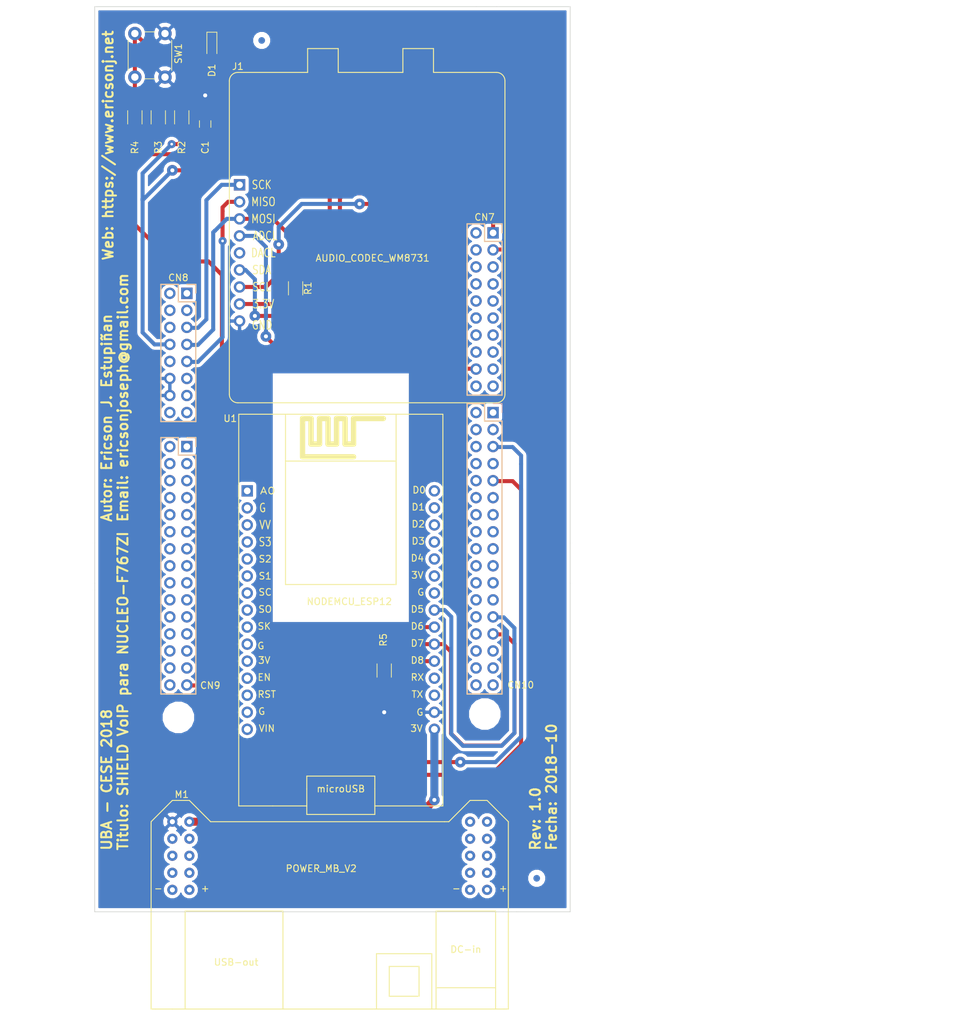
<source format=kicad_pcb>
(kicad_pcb (version 4) (host pcbnew 4.0.7)

  (general
    (links 33)
    (no_connects 0)
    (area 103.449999 22.949999 174.550001 158.050001)
    (thickness 1.6)
    (drawings 51)
    (tracks 169)
    (zones 0)
    (modules 21)
    (nets 133)
  )

  (page A4)
  (title_block
    (title "SHIELD VoIP para NUCLEO F767")
    (date 2018-10-12)
    (rev 2.0)
    (company "Ericson Joseph Estupiñan")
  )

  (layers
    (0 F.Cu signal)
    (31 B.Cu signal)
    (32 B.Adhes user)
    (33 F.Adhes user)
    (34 B.Paste user)
    (35 F.Paste user)
    (36 B.SilkS user)
    (37 F.SilkS user)
    (38 B.Mask user)
    (39 F.Mask user)
    (40 Dwgs.User user)
    (41 Cmts.User user)
    (42 Eco1.User user)
    (43 Eco2.User user)
    (44 Edge.Cuts user)
    (45 Margin user)
    (46 B.CrtYd user)
    (47 F.CrtYd user)
    (48 B.Fab user)
    (49 F.Fab user)
  )

  (setup
    (last_trace_width 0.6)
    (user_trace_width 0.6)
    (user_trace_width 1.2)
    (trace_clearance 0.4)
    (zone_clearance 0.5)
    (zone_45_only yes)
    (trace_min 0.2)
    (segment_width 0.2)
    (edge_width 0.1)
    (via_size 1.6)
    (via_drill 0.6)
    (via_min_size 0.4)
    (via_min_drill 0.3)
    (uvia_size 0.3)
    (uvia_drill 0.1)
    (uvias_allowed no)
    (uvia_min_size 0.2)
    (uvia_min_drill 0.1)
    (pcb_text_width 0.3)
    (pcb_text_size 1.5 1.5)
    (mod_edge_width 0.15)
    (mod_text_size 1 1)
    (mod_text_width 0.15)
    (pad_size 1.5 1.5)
    (pad_drill 0.6)
    (pad_to_mask_clearance 0)
    (aux_axis_origin 108.5 153)
    (grid_origin 108.5 153)
    (visible_elements FFFFFFFF)
    (pcbplotparams
      (layerselection 0x3ffff_80000001)
      (usegerberextensions false)
      (excludeedgelayer true)
      (linewidth 0.100000)
      (plotframeref false)
      (viasonmask false)
      (mode 1)
      (useauxorigin false)
      (hpglpennumber 1)
      (hpglpenspeed 20)
      (hpglpendiameter 15)
      (hpglpenoverlay 2)
      (psnegative false)
      (psa4output false)
      (plotreference true)
      (plotvalue true)
      (plotinvisibletext false)
      (padsonsilk false)
      (subtractmaskfromsilk false)
      (outputformat 1)
      (mirror false)
      (drillshape 0)
      (scaleselection 1)
      (outputdirectory ""))
  )

  (net 0 "")
  (net 1 "Net-(CN7-Pad5)")
  (net 2 "Net-(CN7-Pad6)")
  (net 3 "Net-(CN7-Pad7)")
  (net 4 "Net-(CN7-Pad8)")
  (net 5 "Net-(CN7-Pad9)")
  (net 6 "Net-(CN7-Pad10)")
  (net 7 "Net-(CN7-Pad11)")
  (net 8 "Net-(CN7-Pad12)")
  (net 9 "Net-(CN7-Pad13)")
  (net 10 "Net-(CN7-Pad14)")
  (net 11 "Net-(CN7-Pad15)")
  (net 12 "Net-(CN7-Pad16)")
  (net 13 "Net-(CN7-Pad19)")
  (net 14 "Net-(CN7-Pad20)")
  (net 15 "Net-(CN8-Pad1)")
  (net 16 "Net-(CN8-Pad2)")
  (net 17 "Net-(CN8-Pad3)")
  (net 18 "Net-(CN8-Pad4)")
  (net 19 GND)
  (net 20 "Net-(CN8-Pad15)")
  (net 21 "Net-(CN8-Pad16)")
  (net 22 "Net-(CN9-Pad1)")
  (net 23 "Net-(CN9-Pad2)")
  (net 24 "Net-(CN9-Pad3)")
  (net 25 "Net-(CN9-Pad4)")
  (net 26 "Net-(CN9-Pad5)")
  (net 27 "Net-(CN9-Pad6)")
  (net 28 "Net-(CN9-Pad7)")
  (net 29 "Net-(CN9-Pad8)")
  (net 30 "Net-(CN9-Pad9)")
  (net 31 "Net-(CN9-Pad10)")
  (net 32 "Net-(CN9-Pad13)")
  (net 33 "Net-(CN9-Pad14)")
  (net 34 "Net-(CN9-Pad15)")
  (net 35 "Net-(CN9-Pad16)")
  (net 36 "Net-(CN9-Pad17)")
  (net 37 "Net-(CN9-Pad18)")
  (net 38 "Net-(CN9-Pad19)")
  (net 39 "Net-(CN9-Pad20)")
  (net 40 "Net-(CN9-Pad21)")
  (net 41 "Net-(CN9-Pad22)")
  (net 42 "Net-(CN9-Pad23)")
  (net 43 "Net-(CN9-Pad24)")
  (net 44 "Net-(CN9-Pad25)")
  (net 45 "Net-(CN9-Pad26)")
  (net 46 "Net-(CN9-Pad27)")
  (net 47 "Net-(CN9-Pad28)")
  (net 48 "Net-(CN10-Pad1)")
  (net 49 "Net-(CN10-Pad2)")
  (net 50 "Net-(CN10-Pad3)")
  (net 51 "Net-(CN10-Pad4)")
  (net 52 "Net-(CN10-Pad7)")
  (net 53 "Net-(CN10-Pad8)")
  (net 54 "Net-(CN10-Pad11)")
  (net 55 "Net-(CN10-Pad12)")
  (net 56 "Net-(CN10-Pad13)")
  (net 57 "Net-(CN10-Pad14)")
  (net 58 "Net-(CN10-Pad15)")
  (net 59 "Net-(CN10-Pad16)")
  (net 60 "Net-(CN10-Pad17)")
  (net 61 "Net-(CN10-Pad18)")
  (net 62 "Net-(CN10-Pad19)")
  (net 63 "Net-(CN10-Pad20)")
  (net 64 "Net-(CN10-Pad21)")
  (net 65 "Net-(CN10-Pad22)")
  (net 66 "Net-(CN10-Pad23)")
  (net 67 "Net-(CN10-Pad24)")
  (net 68 "Net-(CN10-Pad29)")
  (net 69 "Net-(CN10-Pad30)")
  (net 70 "Net-(CN10-Pad31)")
  (net 71 "Net-(CN10-Pad32)")
  (net 72 "Net-(CN10-Pad33)")
  (net 73 "Net-(CN10-Pad34)")
  (net 74 /AUDIO_CODEC/SCL)
  (net 75 /AUDIO_CODEC/SDA)
  (net 76 /AUDIO_CODEC/ADCL)
  (net 77 /AUDIO_CODEC/SCK)
  (net 78 /AUDIO_CODEC/MOSI)
  (net 79 +3V3)
  (net 80 /AUDIO_CODEC/MISO)
  (net 81 /AUDIO_CODEC/DACL)
  (net 82 "Net-(U1-Pad1)")
  (net 83 "Net-(U1-Pad2)")
  (net 84 "Net-(U1-Pad3)")
  (net 85 "Net-(U1-Pad4)")
  (net 86 "Net-(U1-Pad5)")
  (net 87 "Net-(U1-Pad6)")
  (net 88 "Net-(U1-Pad7)")
  (net 89 "Net-(U1-Pad8)")
  (net 90 "Net-(U1-Pad9)")
  (net 91 "Net-(U1-Pad10)")
  (net 92 "Net-(U1-Pad11)")
  (net 93 "Net-(U1-Pad12)")
  (net 94 "Net-(U1-Pad13)")
  (net 95 "Net-(U1-Pad14)")
  (net 96 "Net-(U1-Pad15)")
  (net 97 "Net-(U1-Pad18)")
  (net 98 "Net-(U1-Pad19)")
  (net 99 "Net-(U1-Pad24)")
  (net 100 "Net-(U1-Pad25)")
  (net 101 "Net-(U1-Pad26)")
  (net 102 "Net-(U1-Pad27)")
  (net 103 "Net-(U1-Pad28)")
  (net 104 "Net-(U1-Pad29)")
  (net 105 "Net-(U1-Pad30)")
  (net 106 "Net-(M1-Pad9)")
  (net 107 "Net-(M1-Pad10)")
  (net 108 "Net-(M1-Pad19)")
  (net 109 "Net-(M1-Pad12)")
  (net 110 "Net-(M1-Pad20)")
  (net 111 /NODEMCU_ESP12/HCS)
  (net 112 /NODEMCU_ESP12/HMISO)
  (net 113 /NODEMCU_ESP12/HSCLK)
  (net 114 /NODEMCU_ESP12/HMOSI)
  (net 115 "Net-(M1-Pad11)")
  (net 116 /TalkButton/talk)
  (net 117 "Net-(D1-Pad1)")
  (net 118 "Net-(D1-Pad2)")
  (net 119 +3.3VA)
  (net 120 "Net-(CN7-Pad2)")
  (net 121 "Net-(CN7-Pad4)")
  (net 122 "Net-(CN7-Pad17)")
  (net 123 "Net-(CN8-Pad6)")
  (net 124 "Net-(CN8-Pad10)")
  (net 125 "Net-(CN8-Pad11)")
  (net 126 "Net-(CN8-Pad13)")
  (net 127 "Net-(CN9-Pad12)")
  (net 128 "Net-(CN9-Pad30)")
  (net 129 "Net-(CN10-Pad6)")
  (net 130 "Net-(CN10-Pad10)")
  (net 131 "Net-(CN10-Pad26)")
  (net 132 "Net-(CN10-Pad28)")

  (net_class Default "This is the default net class."
    (clearance 0.4)
    (trace_width 0.6)
    (via_dia 1.6)
    (via_drill 0.6)
    (uvia_dia 0.3)
    (uvia_drill 0.1)
    (add_net +3.3VA)
    (add_net +3V3)
    (add_net /AUDIO_CODEC/ADCL)
    (add_net /AUDIO_CODEC/DACL)
    (add_net /AUDIO_CODEC/MISO)
    (add_net /AUDIO_CODEC/MOSI)
    (add_net /AUDIO_CODEC/SCK)
    (add_net /AUDIO_CODEC/SCL)
    (add_net /AUDIO_CODEC/SDA)
    (add_net /NODEMCU_ESP12/HCS)
    (add_net /NODEMCU_ESP12/HMISO)
    (add_net /NODEMCU_ESP12/HMOSI)
    (add_net /NODEMCU_ESP12/HSCLK)
    (add_net /TalkButton/talk)
    (add_net GND)
    (add_net "Net-(CN10-Pad1)")
    (add_net "Net-(CN10-Pad10)")
    (add_net "Net-(CN10-Pad11)")
    (add_net "Net-(CN10-Pad12)")
    (add_net "Net-(CN10-Pad13)")
    (add_net "Net-(CN10-Pad14)")
    (add_net "Net-(CN10-Pad15)")
    (add_net "Net-(CN10-Pad16)")
    (add_net "Net-(CN10-Pad17)")
    (add_net "Net-(CN10-Pad18)")
    (add_net "Net-(CN10-Pad19)")
    (add_net "Net-(CN10-Pad2)")
    (add_net "Net-(CN10-Pad20)")
    (add_net "Net-(CN10-Pad21)")
    (add_net "Net-(CN10-Pad22)")
    (add_net "Net-(CN10-Pad23)")
    (add_net "Net-(CN10-Pad24)")
    (add_net "Net-(CN10-Pad26)")
    (add_net "Net-(CN10-Pad28)")
    (add_net "Net-(CN10-Pad29)")
    (add_net "Net-(CN10-Pad3)")
    (add_net "Net-(CN10-Pad30)")
    (add_net "Net-(CN10-Pad31)")
    (add_net "Net-(CN10-Pad32)")
    (add_net "Net-(CN10-Pad33)")
    (add_net "Net-(CN10-Pad34)")
    (add_net "Net-(CN10-Pad4)")
    (add_net "Net-(CN10-Pad6)")
    (add_net "Net-(CN10-Pad7)")
    (add_net "Net-(CN10-Pad8)")
    (add_net "Net-(CN7-Pad10)")
    (add_net "Net-(CN7-Pad11)")
    (add_net "Net-(CN7-Pad12)")
    (add_net "Net-(CN7-Pad13)")
    (add_net "Net-(CN7-Pad14)")
    (add_net "Net-(CN7-Pad15)")
    (add_net "Net-(CN7-Pad16)")
    (add_net "Net-(CN7-Pad17)")
    (add_net "Net-(CN7-Pad19)")
    (add_net "Net-(CN7-Pad2)")
    (add_net "Net-(CN7-Pad20)")
    (add_net "Net-(CN7-Pad4)")
    (add_net "Net-(CN7-Pad5)")
    (add_net "Net-(CN7-Pad6)")
    (add_net "Net-(CN7-Pad7)")
    (add_net "Net-(CN7-Pad8)")
    (add_net "Net-(CN7-Pad9)")
    (add_net "Net-(CN8-Pad1)")
    (add_net "Net-(CN8-Pad10)")
    (add_net "Net-(CN8-Pad11)")
    (add_net "Net-(CN8-Pad13)")
    (add_net "Net-(CN8-Pad15)")
    (add_net "Net-(CN8-Pad16)")
    (add_net "Net-(CN8-Pad2)")
    (add_net "Net-(CN8-Pad3)")
    (add_net "Net-(CN8-Pad4)")
    (add_net "Net-(CN8-Pad6)")
    (add_net "Net-(CN9-Pad1)")
    (add_net "Net-(CN9-Pad10)")
    (add_net "Net-(CN9-Pad12)")
    (add_net "Net-(CN9-Pad13)")
    (add_net "Net-(CN9-Pad14)")
    (add_net "Net-(CN9-Pad15)")
    (add_net "Net-(CN9-Pad16)")
    (add_net "Net-(CN9-Pad17)")
    (add_net "Net-(CN9-Pad18)")
    (add_net "Net-(CN9-Pad19)")
    (add_net "Net-(CN9-Pad2)")
    (add_net "Net-(CN9-Pad20)")
    (add_net "Net-(CN9-Pad21)")
    (add_net "Net-(CN9-Pad22)")
    (add_net "Net-(CN9-Pad23)")
    (add_net "Net-(CN9-Pad24)")
    (add_net "Net-(CN9-Pad25)")
    (add_net "Net-(CN9-Pad26)")
    (add_net "Net-(CN9-Pad27)")
    (add_net "Net-(CN9-Pad28)")
    (add_net "Net-(CN9-Pad3)")
    (add_net "Net-(CN9-Pad30)")
    (add_net "Net-(CN9-Pad4)")
    (add_net "Net-(CN9-Pad5)")
    (add_net "Net-(CN9-Pad6)")
    (add_net "Net-(CN9-Pad7)")
    (add_net "Net-(CN9-Pad8)")
    (add_net "Net-(CN9-Pad9)")
    (add_net "Net-(D1-Pad1)")
    (add_net "Net-(D1-Pad2)")
    (add_net "Net-(M1-Pad10)")
    (add_net "Net-(M1-Pad11)")
    (add_net "Net-(M1-Pad12)")
    (add_net "Net-(M1-Pad19)")
    (add_net "Net-(M1-Pad20)")
    (add_net "Net-(M1-Pad9)")
    (add_net "Net-(U1-Pad1)")
    (add_net "Net-(U1-Pad10)")
    (add_net "Net-(U1-Pad11)")
    (add_net "Net-(U1-Pad12)")
    (add_net "Net-(U1-Pad13)")
    (add_net "Net-(U1-Pad14)")
    (add_net "Net-(U1-Pad15)")
    (add_net "Net-(U1-Pad18)")
    (add_net "Net-(U1-Pad19)")
    (add_net "Net-(U1-Pad2)")
    (add_net "Net-(U1-Pad24)")
    (add_net "Net-(U1-Pad25)")
    (add_net "Net-(U1-Pad26)")
    (add_net "Net-(U1-Pad27)")
    (add_net "Net-(U1-Pad28)")
    (add_net "Net-(U1-Pad29)")
    (add_net "Net-(U1-Pad3)")
    (add_net "Net-(U1-Pad30)")
    (add_net "Net-(U1-Pad4)")
    (add_net "Net-(U1-Pad5)")
    (add_net "Net-(U1-Pad6)")
    (add_net "Net-(U1-Pad7)")
    (add_net "Net-(U1-Pad8)")
    (add_net "Net-(U1-Pad9)")
  )

  (module AUDIO_CODEC_WM8731:Audio_Codec_WM8731 (layer F.Cu) (tedit 5BCB8146) (tstamp 5BA65AEE)
    (at 144.945 60.74)
    (tags "audio codec wm8731")
    (path /5BA58F55/5BA58F64)
    (fp_text reference J1 (at -20.066 -28.829) (layer F.SilkS)
      (effects (font (size 1 1) (thickness 0.15)))
    )
    (fp_text value Conn_01x09 (at -1.016 3.556) (layer F.Fab)
      (effects (font (size 1 1) (thickness 0.15)))
    )
    (fp_line (start -21.336 9.144) (end -21.336 -26.67) (layer F.SilkS) (width 0.15))
    (fp_line (start -9.652 -27.94) (end -20.066 -27.94) (layer F.SilkS) (width 0.15))
    (fp_line (start -21.336 20.066) (end -21.336 9.144) (layer F.SilkS) (width 0.15))
    (fp_line (start -20.066 21.336) (end 18.542 21.336) (layer F.SilkS) (width 0.15))
    (fp_line (start 19.812 -26.67) (end 19.812 20.066) (layer F.SilkS) (width 0.15))
    (fp_arc (start -20.066 -26.67) (end -21.336 -26.67) (angle 90) (layer F.SilkS) (width 0.15))
    (fp_arc (start -20.066 20.066) (end -20.066 21.336) (angle 90) (layer F.SilkS) (width 0.15))
    (fp_arc (start 18.542 20.066) (end 19.812 20.066) (angle 90) (layer F.SilkS) (width 0.15))
    (fp_line (start 9.144 -27.94) (end 18.542 -27.94) (layer F.SilkS) (width 0.15))
    (fp_arc (start 18.542 -26.67) (end 18.542 -27.94) (angle 90) (layer F.SilkS) (width 0.15))
    (fp_text user GND (at -16.445 9.76) (layer F.SilkS)
      (effects (font (size 1.27 1) (thickness 0.15)))
    )
    (fp_text user 3.3V (at -16.256 6.604) (layer F.SilkS)
      (effects (font (size 1.27 1) (thickness 0.15)))
    )
    (fp_text user SCL (at -16.51 4.064) (layer F.SilkS)
      (effects (font (size 1.27 1) (thickness 0.15)))
    )
    (fp_text user SDA (at -16.51 1.524) (layer F.SilkS)
      (effects (font (size 1.27 1) (thickness 0.15)))
    )
    (fp_text user DACL (at -16.256 -1.016) (layer F.SilkS)
      (effects (font (size 1.27 1) (thickness 0.15)))
    )
    (fp_text user ADCL (at -16.002 -3.556) (layer F.SilkS)
      (effects (font (size 1.27 1) (thickness 0.15)))
    )
    (fp_text user MOSI (at -16.256 -6.096) (layer F.SilkS)
      (effects (font (size 1.27 1) (thickness 0.15)))
    )
    (fp_text user MISO (at -16.256 -8.636) (layer F.SilkS)
      (effects (font (size 1.27 1) (thickness 0.15)))
    )
    (fp_text user SCK (at -16.51 -11.176) (layer F.SilkS)
      (effects (font (size 1.27 1) (thickness 0.15)))
    )
    (fp_line (start -5.08 -27.94) (end 4.572 -27.94) (layer F.SilkS) (width 0.15))
    (fp_line (start 9.144 -31.496) (end 9.144 -27.94) (layer F.SilkS) (width 0.15))
    (fp_line (start 4.572 -31.496) (end 4.572 -27.94) (layer F.SilkS) (width 0.15))
    (fp_line (start -5.08 -31.496) (end -5.08 -27.94) (layer F.SilkS) (width 0.15))
    (fp_line (start -9.652 -27.94) (end -9.652 -31.496) (layer F.SilkS) (width 0.15))
    (fp_line (start -9.652 -31.496) (end -5.08 -31.496) (layer F.SilkS) (width 0.15))
    (fp_line (start 4.572 -31.496) (end 9.144 -31.496) (layer F.SilkS) (width 0.15))
    (fp_text user AUDIO_CODEC_WM8731 (at 0.055 -0.24) (layer F.SilkS)
      (effects (font (size 1 1) (thickness 0.15)))
    )
    (pad 1 thru_hole rect (at -19.812 -11.176) (size 1.7 1.7) (drill 1) (layers *.Cu *.Mask)
      (net 77 /AUDIO_CODEC/SCK))
    (pad 2 thru_hole oval (at -19.812 -8.636) (size 1.7 1.7) (drill 1) (layers *.Cu *.Mask)
      (net 80 /AUDIO_CODEC/MISO))
    (pad 3 thru_hole oval (at -19.812 -6.096) (size 1.7 1.7) (drill 1) (layers *.Cu *.Mask)
      (net 78 /AUDIO_CODEC/MOSI))
    (pad 4 thru_hole oval (at -19.812 -3.556) (size 1.7 1.7) (drill 1) (layers *.Cu *.Mask)
      (net 76 /AUDIO_CODEC/ADCL))
    (pad 5 thru_hole oval (at -19.812 -1.016) (size 1.7 1.7) (drill 1) (layers *.Cu *.Mask)
      (net 81 /AUDIO_CODEC/DACL))
    (pad 6 thru_hole oval (at -19.812 1.524) (size 1.7 1.7) (drill 1) (layers *.Cu *.Mask)
      (net 75 /AUDIO_CODEC/SDA))
    (pad 7 thru_hole oval (at -19.812 4.064) (size 1.7 1.7) (drill 1) (layers *.Cu *.Mask)
      (net 74 /AUDIO_CODEC/SCL))
    (pad 8 thru_hole oval (at -19.812 6.604) (size 1.7 1.7) (drill 1) (layers *.Cu *.Mask)
      (net 119 +3.3VA))
    (pad 9 thru_hole oval (at -19.812 9.144) (size 1.7 1.7) (drill 1) (layers *.Cu *.Mask)
      (net 19 GND))
    (model ${KISYS3DMOD}/Socket_Strips.3dshapes/Socket_Strip_Straight_1x09_Pitch2.54mm.wrl
      (at (xyz -0.78 0.04 0))
      (scale (xyz 1 1 1))
      (rotate (xyz 0 0 90))
    )
  )

  (module Mounting_Holes:MountingHole_3.7mm (layer F.Cu) (tedit 5BC13650) (tstamp 5BB8566C)
    (at 161.75 128.5)
    (descr "Mounting Hole 3.7mm, no annular")
    (tags "mounting hole 3.7mm no annular")
    (path /5BB85397)
    (fp_text reference MK1 (at -0.75 5) (layer Eco2.User)
      (effects (font (size 1 1) (thickness 0.15)))
    )
    (fp_text value Mounting_Hole (at 0 4.7) (layer F.Fab)
      (effects (font (size 1 1) (thickness 0.15)))
    )
    (fp_circle (center 0 0) (end 3.7 0) (layer Cmts.User) (width 0.15))
    (fp_circle (center 0 0) (end 3.95 0) (layer F.CrtYd) (width 0.05))
    (pad 1 np_thru_hole circle (at 0 0) (size 3.7 3.7) (drill 3.7) (layers *.Cu *.Mask))
  )

  (module Mounting_Holes:MountingHole_3.7mm (layer F.Cu) (tedit 5BC13641) (tstamp 5BB85671)
    (at 116 129)
    (descr "Mounting Hole 3.7mm, no annular")
    (tags "mounting hole 3.7mm no annular")
    (path /5BB8559D)
    (fp_text reference MK2 (at 0 5) (layer Eco2.User)
      (effects (font (size 1 1) (thickness 0.15)))
    )
    (fp_text value Mounting_Hole (at 0 4.7) (layer F.Fab)
      (effects (font (size 1 1) (thickness 0.15)))
    )
    (fp_circle (center 0 0) (end 3.7 0) (layer Cmts.User) (width 0.15))
    (fp_circle (center 0 0) (end 3.95 0) (layer F.CrtYd) (width 0.05))
    (pad 1 np_thru_hole circle (at 0 0) (size 3.7 3.7) (drill 3.7) (layers *.Cu *.Mask))
  )

  (module Capacitors_SMD:C_0805_HandSoldering (layer F.Cu) (tedit 5BBD87FD) (tstamp 5BBD824E)
    (at 120 40.5 90)
    (descr "Capacitor SMD 0805, hand soldering")
    (tags "capacitor 0805")
    (path /5BBD73D1/5BBD742B)
    (attr smd)
    (fp_text reference C1 (at -3.5 0 90) (layer F.SilkS)
      (effects (font (size 1 1) (thickness 0.15)))
    )
    (fp_text value 0.1uF (at 0 1.75 90) (layer F.Fab)
      (effects (font (size 1 1) (thickness 0.15)))
    )
    (fp_text user %R (at 0 0 90) (layer F.Fab)
      (effects (font (size 1 1) (thickness 0.15)))
    )
    (fp_line (start -1 0.62) (end -1 -0.62) (layer F.Fab) (width 0.1))
    (fp_line (start 1 0.62) (end -1 0.62) (layer F.Fab) (width 0.1))
    (fp_line (start 1 -0.62) (end 1 0.62) (layer F.Fab) (width 0.1))
    (fp_line (start -1 -0.62) (end 1 -0.62) (layer F.Fab) (width 0.1))
    (fp_line (start 0.5 -0.85) (end -0.5 -0.85) (layer F.SilkS) (width 0.12))
    (fp_line (start -0.5 0.85) (end 0.5 0.85) (layer F.SilkS) (width 0.12))
    (fp_line (start -2.25 -0.88) (end 2.25 -0.88) (layer F.CrtYd) (width 0.05))
    (fp_line (start -2.25 -0.88) (end -2.25 0.87) (layer F.CrtYd) (width 0.05))
    (fp_line (start 2.25 0.87) (end 2.25 -0.88) (layer F.CrtYd) (width 0.05))
    (fp_line (start 2.25 0.87) (end -2.25 0.87) (layer F.CrtYd) (width 0.05))
    (pad 1 smd rect (at -1.25 0 90) (size 1.5 1.25) (layers F.Cu F.Paste F.Mask)
      (net 116 /TalkButton/talk))
    (pad 2 smd rect (at 1.25 0 90) (size 1.5 1.25) (layers F.Cu F.Paste F.Mask)
      (net 19 GND))
    (model Capacitors_SMD.3dshapes/C_0805.wrl
      (at (xyz 0 0 0))
      (scale (xyz 1 1 1))
      (rotate (xyz 0 0 0))
    )
  )

  (module LEDs:LED_0805_HandSoldering (layer F.Cu) (tedit 5BBD8805) (tstamp 5BBD8254)
    (at 121 29 270)
    (descr "Resistor SMD 0805, hand soldering")
    (tags "resistor 0805")
    (path /5BBD73D1/5BBD7EBE)
    (attr smd)
    (fp_text reference D1 (at 3.5 0 270) (layer F.SilkS)
      (effects (font (size 1 1) (thickness 0.15)))
    )
    (fp_text value LED (at 0 1.75 270) (layer F.Fab)
      (effects (font (size 1 1) (thickness 0.15)))
    )
    (fp_line (start -0.4 -0.4) (end -0.4 0.4) (layer F.Fab) (width 0.1))
    (fp_line (start -0.4 0) (end 0.2 -0.4) (layer F.Fab) (width 0.1))
    (fp_line (start 0.2 0.4) (end -0.4 0) (layer F.Fab) (width 0.1))
    (fp_line (start 0.2 -0.4) (end 0.2 0.4) (layer F.Fab) (width 0.1))
    (fp_line (start -1 0.62) (end -1 -0.62) (layer F.Fab) (width 0.1))
    (fp_line (start 1 0.62) (end -1 0.62) (layer F.Fab) (width 0.1))
    (fp_line (start 1 -0.62) (end 1 0.62) (layer F.Fab) (width 0.1))
    (fp_line (start -1 -0.62) (end 1 -0.62) (layer F.Fab) (width 0.1))
    (fp_line (start 1 0.75) (end -2.2 0.75) (layer F.SilkS) (width 0.12))
    (fp_line (start -2.2 -0.75) (end 1 -0.75) (layer F.SilkS) (width 0.12))
    (fp_line (start -2.35 -0.9) (end 2.35 -0.9) (layer F.CrtYd) (width 0.05))
    (fp_line (start -2.35 -0.9) (end -2.35 0.9) (layer F.CrtYd) (width 0.05))
    (fp_line (start 2.35 0.9) (end 2.35 -0.9) (layer F.CrtYd) (width 0.05))
    (fp_line (start 2.35 0.9) (end -2.35 0.9) (layer F.CrtYd) (width 0.05))
    (fp_line (start -2.2 -0.75) (end -2.2 0.75) (layer F.SilkS) (width 0.12))
    (pad 1 smd rect (at -1.35 0 270) (size 1.5 1.3) (layers F.Cu F.Paste F.Mask)
      (net 117 "Net-(D1-Pad1)"))
    (pad 2 smd rect (at 1.35 0 270) (size 1.5 1.3) (layers F.Cu F.Paste F.Mask)
      (net 118 "Net-(D1-Pad2)"))
    (model ${KISYS3DMOD}/LEDs.3dshapes/LED_0805.wrl
      (at (xyz 0 0 0))
      (scale (xyz 1 1 1))
      (rotate (xyz 0 0 0))
    )
  )

  (module Resistors_SMD:R_1206_HandSoldering (layer F.Cu) (tedit 5BBD87CF) (tstamp 5BBD825A)
    (at 116.5 39.5 270)
    (descr "Resistor SMD 1206, hand soldering")
    (tags "resistor 1206")
    (path /5BBD73D1/5BBD7E14)
    (attr smd)
    (fp_text reference R2 (at 4.5 0 270) (layer F.SilkS)
      (effects (font (size 1 1) (thickness 0.15)))
    )
    (fp_text value 330 (at 0 1.9 270) (layer F.Fab)
      (effects (font (size 1 1) (thickness 0.15)))
    )
    (fp_text user %R (at 0 0 270) (layer F.Fab)
      (effects (font (size 0.7 0.7) (thickness 0.105)))
    )
    (fp_line (start -1.6 0.8) (end -1.6 -0.8) (layer F.Fab) (width 0.1))
    (fp_line (start 1.6 0.8) (end -1.6 0.8) (layer F.Fab) (width 0.1))
    (fp_line (start 1.6 -0.8) (end 1.6 0.8) (layer F.Fab) (width 0.1))
    (fp_line (start -1.6 -0.8) (end 1.6 -0.8) (layer F.Fab) (width 0.1))
    (fp_line (start 1 1.07) (end -1 1.07) (layer F.SilkS) (width 0.12))
    (fp_line (start -1 -1.07) (end 1 -1.07) (layer F.SilkS) (width 0.12))
    (fp_line (start -3.25 -1.11) (end 3.25 -1.11) (layer F.CrtYd) (width 0.05))
    (fp_line (start -3.25 -1.11) (end -3.25 1.1) (layer F.CrtYd) (width 0.05))
    (fp_line (start 3.25 1.1) (end 3.25 -1.11) (layer F.CrtYd) (width 0.05))
    (fp_line (start 3.25 1.1) (end -3.25 1.1) (layer F.CrtYd) (width 0.05))
    (pad 1 smd rect (at -2 0 270) (size 2 1.7) (layers F.Cu F.Paste F.Mask)
      (net 118 "Net-(D1-Pad2)"))
    (pad 2 smd rect (at 2 0 270) (size 2 1.7) (layers F.Cu F.Paste F.Mask)
      (net 119 +3.3VA))
    (model ${KISYS3DMOD}/Resistors_SMD.3dshapes/R_1206.wrl
      (at (xyz 0 0 0))
      (scale (xyz 1 1 1))
      (rotate (xyz 0 0 0))
    )
  )

  (module Resistors_SMD:R_1206_HandSoldering (layer F.Cu) (tedit 5BBD87C9) (tstamp 5BBD8260)
    (at 113 39.5 270)
    (descr "Resistor SMD 1206, hand soldering")
    (tags "resistor 1206")
    (path /5BBD73D1/5BBD7BA5)
    (attr smd)
    (fp_text reference R3 (at 4.5 0 270) (layer F.SilkS)
      (effects (font (size 1 1) (thickness 0.15)))
    )
    (fp_text value 100K (at 0 1.9 270) (layer F.Fab)
      (effects (font (size 1 1) (thickness 0.15)))
    )
    (fp_text user %R (at 0 0 270) (layer F.Fab)
      (effects (font (size 0.7 0.7) (thickness 0.105)))
    )
    (fp_line (start -1.6 0.8) (end -1.6 -0.8) (layer F.Fab) (width 0.1))
    (fp_line (start 1.6 0.8) (end -1.6 0.8) (layer F.Fab) (width 0.1))
    (fp_line (start 1.6 -0.8) (end 1.6 0.8) (layer F.Fab) (width 0.1))
    (fp_line (start -1.6 -0.8) (end 1.6 -0.8) (layer F.Fab) (width 0.1))
    (fp_line (start 1 1.07) (end -1 1.07) (layer F.SilkS) (width 0.12))
    (fp_line (start -1 -1.07) (end 1 -1.07) (layer F.SilkS) (width 0.12))
    (fp_line (start -3.25 -1.11) (end 3.25 -1.11) (layer F.CrtYd) (width 0.05))
    (fp_line (start -3.25 -1.11) (end -3.25 1.1) (layer F.CrtYd) (width 0.05))
    (fp_line (start 3.25 1.1) (end 3.25 -1.11) (layer F.CrtYd) (width 0.05))
    (fp_line (start 3.25 1.1) (end -3.25 1.1) (layer F.CrtYd) (width 0.05))
    (pad 1 smd rect (at -2 0 270) (size 2 1.7) (layers F.Cu F.Paste F.Mask)
      (net 117 "Net-(D1-Pad1)"))
    (pad 2 smd rect (at 2 0 270) (size 2 1.7) (layers F.Cu F.Paste F.Mask)
      (net 119 +3.3VA))
    (model ${KISYS3DMOD}/Resistors_SMD.3dshapes/R_1206.wrl
      (at (xyz 0 0 0))
      (scale (xyz 1 1 1))
      (rotate (xyz 0 0 0))
    )
  )

  (module Resistors_SMD:R_1206_HandSoldering (layer F.Cu) (tedit 5BBD87CC) (tstamp 5BBD8266)
    (at 109.5 39.5 90)
    (descr "Resistor SMD 1206, hand soldering")
    (tags "resistor 1206")
    (path /5BBD73D1/5BBD7B14)
    (attr smd)
    (fp_text reference R4 (at -4.5 0 90) (layer F.SilkS)
      (effects (font (size 1 1) (thickness 0.15)))
    )
    (fp_text value 10K (at 0 1.9 90) (layer F.Fab)
      (effects (font (size 1 1) (thickness 0.15)))
    )
    (fp_text user %R (at 0 0 90) (layer F.Fab)
      (effects (font (size 0.7 0.7) (thickness 0.105)))
    )
    (fp_line (start -1.6 0.8) (end -1.6 -0.8) (layer F.Fab) (width 0.1))
    (fp_line (start 1.6 0.8) (end -1.6 0.8) (layer F.Fab) (width 0.1))
    (fp_line (start 1.6 -0.8) (end 1.6 0.8) (layer F.Fab) (width 0.1))
    (fp_line (start -1.6 -0.8) (end 1.6 -0.8) (layer F.Fab) (width 0.1))
    (fp_line (start 1 1.07) (end -1 1.07) (layer F.SilkS) (width 0.12))
    (fp_line (start -1 -1.07) (end 1 -1.07) (layer F.SilkS) (width 0.12))
    (fp_line (start -3.25 -1.11) (end 3.25 -1.11) (layer F.CrtYd) (width 0.05))
    (fp_line (start -3.25 -1.11) (end -3.25 1.1) (layer F.CrtYd) (width 0.05))
    (fp_line (start 3.25 1.1) (end 3.25 -1.11) (layer F.CrtYd) (width 0.05))
    (fp_line (start 3.25 1.1) (end -3.25 1.1) (layer F.CrtYd) (width 0.05))
    (pad 1 smd rect (at -2 0 90) (size 2 1.7) (layers F.Cu F.Paste F.Mask)
      (net 116 /TalkButton/talk))
    (pad 2 smd rect (at 2 0 90) (size 2 1.7) (layers F.Cu F.Paste F.Mask)
      (net 117 "Net-(D1-Pad1)"))
    (model ${KISYS3DMOD}/Resistors_SMD.3dshapes/R_1206.wrl
      (at (xyz 0 0 0))
      (scale (xyz 1 1 1))
      (rotate (xyz 0 0 0))
    )
  )

  (module Buttons_Switches_THT:SW_PUSH_6mm_h8mm (layer F.Cu) (tedit 5BBD89D2) (tstamp 5BBD826E)
    (at 109.5 33.5 90)
    (descr "tactile push button, 6x6mm e.g. PHAP33xx series, height=8mm")
    (tags "tact sw push 6mm")
    (path /5BBD73D1/5BBDB115)
    (fp_text reference SW1 (at 3.5 6.5 270) (layer F.SilkS)
      (effects (font (size 1 1) (thickness 0.15)))
    )
    (fp_text value SW_Push (at 3.75 6.7 90) (layer F.Fab)
      (effects (font (size 1 1) (thickness 0.15)))
    )
    (fp_text user %R (at 3.25 2.25 90) (layer F.Fab)
      (effects (font (size 1 1) (thickness 0.15)))
    )
    (fp_line (start 3.25 -0.75) (end 6.25 -0.75) (layer F.Fab) (width 0.1))
    (fp_line (start 6.25 -0.75) (end 6.25 5.25) (layer F.Fab) (width 0.1))
    (fp_line (start 6.25 5.25) (end 0.25 5.25) (layer F.Fab) (width 0.1))
    (fp_line (start 0.25 5.25) (end 0.25 -0.75) (layer F.Fab) (width 0.1))
    (fp_line (start 0.25 -0.75) (end 3.25 -0.75) (layer F.Fab) (width 0.1))
    (fp_line (start 7.75 6) (end 8 6) (layer F.CrtYd) (width 0.05))
    (fp_line (start 8 6) (end 8 5.75) (layer F.CrtYd) (width 0.05))
    (fp_line (start 7.75 -1.5) (end 8 -1.5) (layer F.CrtYd) (width 0.05))
    (fp_line (start 8 -1.5) (end 8 -1.25) (layer F.CrtYd) (width 0.05))
    (fp_line (start -1.5 -1.25) (end -1.5 -1.5) (layer F.CrtYd) (width 0.05))
    (fp_line (start -1.5 -1.5) (end -1.25 -1.5) (layer F.CrtYd) (width 0.05))
    (fp_line (start -1.5 5.75) (end -1.5 6) (layer F.CrtYd) (width 0.05))
    (fp_line (start -1.5 6) (end -1.25 6) (layer F.CrtYd) (width 0.05))
    (fp_line (start -1.25 -1.5) (end 7.75 -1.5) (layer F.CrtYd) (width 0.05))
    (fp_line (start -1.5 5.75) (end -1.5 -1.25) (layer F.CrtYd) (width 0.05))
    (fp_line (start 7.75 6) (end -1.25 6) (layer F.CrtYd) (width 0.05))
    (fp_line (start 8 -1.25) (end 8 5.75) (layer F.CrtYd) (width 0.05))
    (fp_line (start 1 5.5) (end 5.5 5.5) (layer F.SilkS) (width 0.12))
    (fp_line (start -0.25 1.5) (end -0.25 3) (layer F.SilkS) (width 0.12))
    (fp_line (start 5.5 -1) (end 1 -1) (layer F.SilkS) (width 0.12))
    (fp_line (start 6.75 3) (end 6.75 1.5) (layer F.SilkS) (width 0.12))
    (fp_circle (center 3.25 2.25) (end 1.25 2.5) (layer F.Fab) (width 0.1))
    (pad 2 thru_hole circle (at 0 4.5 180) (size 2 2) (drill 1.1) (layers *.Cu *.Mask)
      (net 19 GND))
    (pad 1 thru_hole circle (at 0 0 180) (size 2 2) (drill 1.1) (layers *.Cu *.Mask)
      (net 117 "Net-(D1-Pad1)"))
    (pad 2 thru_hole circle (at 6.5 4.5 180) (size 2 2) (drill 1.1) (layers *.Cu *.Mask)
      (net 19 GND))
    (pad 1 thru_hole circle (at 6.5 0 180) (size 2 2) (drill 1.1) (layers *.Cu *.Mask)
      (net 117 "Net-(D1-Pad1)"))
    (model ${KISYS3DMOD}/Buttons_Switches_THT.3dshapes/SW_PUSH_6mm_h8mm.wrl
      (at (xyz 0.005 0 0))
      (scale (xyz 0.3937 0.3937 0.3937))
      (rotate (xyz 0 0 0))
    )
  )

  (module Resistors_SMD:R_1206_HandSoldering (layer F.Cu) (tedit 58E0A804) (tstamp 5BC13571)
    (at 133.5 65 270)
    (descr "Resistor SMD 1206, hand soldering")
    (tags "resistor 1206")
    (path /5BA58F55/5BA9EB39)
    (attr smd)
    (fp_text reference R1 (at 0 -1.85 270) (layer F.SilkS)
      (effects (font (size 1 1) (thickness 0.15)))
    )
    (fp_text value 3.3K (at 0 1.9 270) (layer F.Fab)
      (effects (font (size 1 1) (thickness 0.15)))
    )
    (fp_text user %R (at 0 0 270) (layer F.Fab)
      (effects (font (size 0.7 0.7) (thickness 0.105)))
    )
    (fp_line (start -1.6 0.8) (end -1.6 -0.8) (layer F.Fab) (width 0.1))
    (fp_line (start 1.6 0.8) (end -1.6 0.8) (layer F.Fab) (width 0.1))
    (fp_line (start 1.6 -0.8) (end 1.6 0.8) (layer F.Fab) (width 0.1))
    (fp_line (start -1.6 -0.8) (end 1.6 -0.8) (layer F.Fab) (width 0.1))
    (fp_line (start 1 1.07) (end -1 1.07) (layer F.SilkS) (width 0.12))
    (fp_line (start -1 -1.07) (end 1 -1.07) (layer F.SilkS) (width 0.12))
    (fp_line (start -3.25 -1.11) (end 3.25 -1.11) (layer F.CrtYd) (width 0.05))
    (fp_line (start -3.25 -1.11) (end -3.25 1.1) (layer F.CrtYd) (width 0.05))
    (fp_line (start 3.25 1.1) (end 3.25 -1.11) (layer F.CrtYd) (width 0.05))
    (fp_line (start 3.25 1.1) (end -3.25 1.1) (layer F.CrtYd) (width 0.05))
    (pad 1 smd rect (at -2 0 270) (size 2 1.7) (layers F.Cu F.Paste F.Mask)
      (net 78 /AUDIO_CODEC/MOSI))
    (pad 2 smd rect (at 2 0 270) (size 2 1.7) (layers F.Cu F.Paste F.Mask)
      (net 119 +3.3VA))
    (model ${KISYS3DMOD}/Resistors_SMD.3dshapes/R_1206.wrl
      (at (xyz 0 0 0))
      (scale (xyz 1 1 1))
      (rotate (xyz 0 0 0))
    )
  )

  (module Fiducials:Fiducial_1mm_Dia_2.54mm_Outer_CopperBottom (layer F.Cu) (tedit 5BC13AD5) (tstamp 5BC138F3)
    (at 169.5 153)
    (descr "Circular Fiducial, 1mm bare copper bottom; 2.54mm keepout")
    (tags marker)
    (path /5BC13BBA)
    (attr virtual)
    (fp_text reference F1 (at 0 2.5) (layer Eco2.User)
      (effects (font (size 1 1) (thickness 0.15)))
    )
    (fp_text value Fiducial (at 0 -1.8) (layer F.Fab)
      (effects (font (size 1 1) (thickness 0.15)))
    )
    (fp_circle (center 0 0) (end 1.55 0) (layer B.CrtYd) (width 0.05))
    (pad ~ smd circle (at 0 0) (size 1 1) (layers B.Cu B.Mask)
      (solder_mask_margin 0.77) (clearance 0.77))
  )

  (module Fiducials:Fiducial_1mm_Dia_2.54mm_Outer_CopperBottom (layer F.Cu) (tedit 5BC13B26) (tstamp 5BC138F8)
    (at 128.439 28.032)
    (descr "Circular Fiducial, 1mm bare copper bottom; 2.54mm keepout")
    (tags marker)
    (path /5BC13DBE)
    (attr virtual)
    (fp_text reference F2 (at 0 2.5) (layer Eco2.User)
      (effects (font (size 1 1) (thickness 0.15)))
    )
    (fp_text value Fiducial (at 0 -1.8) (layer F.Fab)
      (effects (font (size 1 1) (thickness 0.15)))
    )
    (fp_circle (center 0 0) (end 1.55 0) (layer B.CrtYd) (width 0.05))
    (pad ~ smd circle (at 0 0) (size 1 1) (layers B.Cu B.Mask)
      (solder_mask_margin 0.77) (clearance 0.77))
  )

  (module Fiducials:Fiducial_1mm_Dia_2.54mm_Outer_CopperTop (layer F.Cu) (tedit 5BC13B06) (tstamp 5BC138FD)
    (at 108.5 153)
    (descr "Circular Fiducial, 1mm bare copper top; 2.54mm keepout")
    (tags marker)
    (path /5BC13CC4)
    (attr virtual)
    (fp_text reference F3 (at 0 3) (layer Eco2.User)
      (effects (font (size 1 1) (thickness 0.15)))
    )
    (fp_text value Fiducial (at 0 -1.8) (layer F.Fab)
      (effects (font (size 1 1) (thickness 0.15)))
    )
    (fp_circle (center 0 0) (end 1.55 0) (layer F.CrtYd) (width 0.05))
    (pad ~ smd circle (at 0 0) (size 1 1) (layers F.Cu F.Mask)
      (solder_mask_margin 0.77) (clearance 0.77))
  )

  (module Fiducials:Fiducial_1mm_Dia_2.54mm_Outer_CopperTop (layer F.Cu) (tedit 5BC13B16) (tstamp 5BC13902)
    (at 169.46 28.032)
    (descr "Circular Fiducial, 1mm bare copper top; 2.54mm keepout")
    (tags marker)
    (path /5BC13E5D)
    (attr virtual)
    (fp_text reference F4 (at 0 2.5) (layer Eco2.User)
      (effects (font (size 1 1) (thickness 0.15)))
    )
    (fp_text value Fiducial (at 0 -1.8) (layer F.Fab)
      (effects (font (size 1 1) (thickness 0.15)))
    )
    (fp_circle (center 0 0) (end 1.55 0) (layer F.CrtYd) (width 0.05))
    (pad ~ smd circle (at 0 0) (size 1 1) (layers F.Cu F.Mask)
      (solder_mask_margin 0.77) (clearance 0.77))
  )

  (module POWER_MB_V2:POWER_MB_V2 (layer F.Cu) (tedit 5BCB6A4C) (tstamp 5BA7DBF6)
    (at 137.96 149.64)
    (path /5BA7CCA2/5BA7CCE7)
    (fp_text reference M1 (at -21.46 -9.14) (layer F.SilkS)
      (effects (font (size 1 1) (thickness 0.15)))
    )
    (fp_text value POWER_MB_V2 (at -0.635 1.905) (layer F.SilkS)
      (effects (font (size 1 1) (thickness 0.15)))
    )
    (fp_text user USB-out (at -13.335 15.875) (layer F.SilkS)
      (effects (font (size 1 1) (thickness 0.15)))
    )
    (fp_line (start -20.955 22.86) (end -20.955 8.255) (layer F.SilkS) (width 0.15))
    (fp_line (start -20.955 8.255) (end -6.35 8.255) (layer F.SilkS) (width 0.15))
    (fp_line (start -6.35 8.255) (end -6.35 22.86) (layer F.SilkS) (width 0.15))
    (fp_line (start 9.525 16.51) (end 9.525 20.955) (layer F.SilkS) (width 0.15))
    (fp_line (start 9.525 20.955) (end 13.97 20.955) (layer F.SilkS) (width 0.15))
    (fp_line (start 13.97 20.955) (end 13.97 16.51) (layer F.SilkS) (width 0.15))
    (fp_line (start 13.97 16.51) (end 9.525 16.51) (layer F.SilkS) (width 0.15))
    (fp_line (start 15.875 22.86) (end 15.875 14.605) (layer F.SilkS) (width 0.15))
    (fp_line (start 15.875 14.605) (end 7.62 14.605) (layer F.SilkS) (width 0.15))
    (fp_line (start 7.62 14.605) (end 7.62 22.86) (layer F.SilkS) (width 0.15))
    (fp_text user DC-in (at 20.955 13.97) (layer F.SilkS)
      (effects (font (size 1 1) (thickness 0.15)))
    )
    (fp_line (start 25.4 19.685) (end 16.51 19.685) (layer F.SilkS) (width 0.15))
    (fp_line (start 16.51 22.86) (end 16.51 8.255) (layer F.SilkS) (width 0.15))
    (fp_line (start 16.51 8.255) (end 25.4 8.255) (layer F.SilkS) (width 0.15))
    (fp_line (start 25.4 8.255) (end 25.4 20.32) (layer F.SilkS) (width 0.15))
    (fp_line (start 25.4 22.86) (end 25.4 20.32) (layer F.SilkS) (width 0.15))
    (fp_line (start 26.67 22.86) (end 27.305 22.86) (layer F.SilkS) (width 0.15))
    (fp_line (start 17.78 -5.08) (end 18.415 -5.08) (layer F.SilkS) (width 0.15))
    (fp_text user + (at 26.54 4.86) (layer F.SilkS)
      (effects (font (size 1 1) (thickness 0.15)))
    )
    (fp_text user - (at 19.54 4.86) (layer F.SilkS)
      (effects (font (size 1 1) (thickness 0.15)))
    )
    (fp_text user - (at -24.96 4.86) (layer F.SilkS)
      (effects (font (size 1 1) (thickness 0.15)))
    )
    (fp_text user + (at -17.96 4.86) (layer F.SilkS)
      (effects (font (size 1 1) (thickness 0.15)))
    )
    (fp_line (start 27.305 5.08) (end 27.305 22.86) (layer F.SilkS) (width 0.15))
    (fp_line (start 25.4 22.86) (end 26.67 22.86) (layer F.SilkS) (width 0.15))
    (fp_line (start -22.86 22.86) (end 25.4 22.86) (layer F.SilkS) (width 0.15))
    (fp_line (start -26.035 5.08) (end -26.035 22.86) (layer F.SilkS) (width 0.15))
    (fp_line (start -26.035 22.86) (end -25.4 22.86) (layer F.SilkS) (width 0.15))
    (fp_line (start -25.4 22.86) (end -22.86 22.86) (layer F.SilkS) (width 0.15))
    (fp_line (start 27.305 -5.08) (end 27.305 5.08) (layer F.SilkS) (width 0.15))
    (fp_line (start 27.305 -5.08) (end 24.13 -8.255) (layer F.SilkS) (width 0.15))
    (fp_line (start 21.59 -8.255) (end 24.13 -8.255) (layer F.SilkS) (width 0.15))
    (fp_line (start 21.59 -8.255) (end 18.415 -5.08) (layer F.SilkS) (width 0.15))
    (fp_line (start -26.035 -5.08) (end -26.035 5.08) (layer F.SilkS) (width 0.15))
    (fp_line (start -26.035 -5.08) (end -22.86 -8.255) (layer F.SilkS) (width 0.15))
    (fp_line (start -20.32 -8.255) (end -22.86 -8.255) (layer F.SilkS) (width 0.15))
    (fp_line (start -20.32 -8.255) (end -17.145 -5.08) (layer F.SilkS) (width 0.15))
    (fp_line (start -17.145 -5.08) (end 17.78 -5.08) (layer F.SilkS) (width 0.15))
    (pad 1 thru_hole circle (at -22.86 -5.08) (size 1.524 1.524) (drill 0.762) (layers *.Cu *.Mask)
      (net 19 GND))
    (pad 2 thru_hole circle (at -20.32 -5.08) (size 1.524 1.524) (drill 0.762) (layers *.Cu *.Mask)
      (net 79 +3V3))
    (pad 3 thru_hole circle (at -22.86 -2.54) (size 1.524 1.524) (drill 0.762) (layers *.Cu *.Mask))
    (pad 4 thru_hole circle (at -20.32 -2.54) (size 1.524 1.524) (drill 0.762) (layers *.Cu *.Mask))
    (pad 5 thru_hole circle (at -22.86 0) (size 1.524 1.524) (drill 0.762) (layers *.Cu *.Mask))
    (pad 6 thru_hole circle (at -20.32 0) (size 1.524 1.524) (drill 0.762) (layers *.Cu *.Mask))
    (pad 7 thru_hole circle (at -22.86 2.54) (size 1.524 1.524) (drill 0.762) (layers *.Cu *.Mask))
    (pad 8 thru_hole circle (at -20.32 2.54) (size 1.524 1.524) (drill 0.762) (layers *.Cu *.Mask))
    (pad 9 thru_hole circle (at -22.86 5.08) (size 1.524 1.524) (drill 0.762) (layers *.Cu *.Mask)
      (net 106 "Net-(M1-Pad9)"))
    (pad 10 thru_hole circle (at -20.32 5.08) (size 1.524 1.524) (drill 0.762) (layers *.Cu *.Mask)
      (net 107 "Net-(M1-Pad10)"))
    (pad 11 thru_hole circle (at 21.59 -5.08) (size 1.524 1.524) (drill 0.762) (layers *.Cu *.Mask)
      (net 115 "Net-(M1-Pad11)"))
    (pad 13 thru_hole circle (at 21.59 -2.54) (size 1.524 1.524) (drill 0.762) (layers *.Cu *.Mask))
    (pad 15 thru_hole circle (at 21.59 0) (size 1.524 1.524) (drill 0.762) (layers *.Cu *.Mask))
    (pad 17 thru_hole circle (at 21.59 2.54) (size 1.524 1.524) (drill 0.762) (layers *.Cu *.Mask))
    (pad 19 thru_hole circle (at 21.59 5.08) (size 1.524 1.524) (drill 0.762) (layers *.Cu *.Mask)
      (net 108 "Net-(M1-Pad19)"))
    (pad 16 thru_hole circle (at 24.13 0) (size 1.524 1.524) (drill 0.762) (layers *.Cu *.Mask))
    (pad 14 thru_hole circle (at 24.13 -2.54) (size 1.524 1.524) (drill 0.762) (layers *.Cu *.Mask))
    (pad 12 thru_hole circle (at 24.13 -5.08) (size 1.524 1.524) (drill 0.762) (layers *.Cu *.Mask)
      (net 109 "Net-(M1-Pad12)"))
    (pad 18 thru_hole circle (at 24.13 2.54) (size 1.524 1.524) (drill 0.762) (layers *.Cu *.Mask))
    (pad 20 thru_hole circle (at 24.13 5.08) (size 1.524 1.524) (drill 0.762) (layers *.Cu *.Mask)
      (net 110 "Net-(M1-Pad20)"))
    (model Socket_Strips.3dshapes/Socket_Strip_Straight_2x05_Pitch2.54mm.wrl
      (at (xyz -0.85 0 0))
      (scale (xyz 1 1 1))
      (rotate (xyz 0 0 90))
    )
    (model Socket_Strips.3dshapes/Socket_Strip_Straight_2x05_Pitch2.54mm.wrl
      (at (xyz 0.9 0 0))
      (scale (xyz 1 1 1))
      (rotate (xyz 0 0 90))
    )
  )

  (module Pin_Headers:Pin_Header_Straight_2x08_Pitch2.54mm (layer B.Cu) (tedit 5BCC191B) (tstamp 5C004827)
    (at 117.263 65.751 180)
    (descr "Through hole straight pin header, 2x08, 2.54mm pitch, double rows")
    (tags "Through hole pin header THT 2x08 2.54mm double row")
    (path /5BA574F5)
    (fp_text reference CN8 (at 1.27 2.33 180) (layer F.SilkS)
      (effects (font (size 1 1) (thickness 0.15)))
    )
    (fp_text value Conn_02x08_Odd_Even (at 5.334 -9.144 270) (layer B.Fab)
      (effects (font (size 1 1) (thickness 0.15)) (justify mirror))
    )
    (fp_line (start 0 1.27) (end 3.81 1.27) (layer B.Fab) (width 0.1))
    (fp_line (start 3.81 1.27) (end 3.81 -19.05) (layer B.Fab) (width 0.1))
    (fp_line (start 3.81 -19.05) (end -1.27 -19.05) (layer B.Fab) (width 0.1))
    (fp_line (start -1.27 -19.05) (end -1.27 0) (layer B.Fab) (width 0.1))
    (fp_line (start -1.27 0) (end 0 1.27) (layer B.Fab) (width 0.1))
    (fp_line (start -1.33 -19.11) (end 3.87 -19.11) (layer B.SilkS) (width 0.12))
    (fp_line (start -1.33 -1.27) (end -1.33 -19.11) (layer B.SilkS) (width 0.12))
    (fp_line (start 3.87 1.33) (end 3.87 -19.11) (layer B.SilkS) (width 0.12))
    (fp_line (start -1.33 -1.27) (end 1.27 -1.27) (layer B.SilkS) (width 0.12))
    (fp_line (start 1.27 -1.27) (end 1.27 1.33) (layer B.SilkS) (width 0.12))
    (fp_line (start 1.27 1.33) (end 3.87 1.33) (layer B.SilkS) (width 0.12))
    (fp_line (start -1.33 0) (end -1.33 1.33) (layer B.SilkS) (width 0.12))
    (fp_line (start -1.33 1.33) (end 0 1.33) (layer B.SilkS) (width 0.12))
    (fp_line (start -1.8 1.8) (end -1.8 -19.55) (layer B.CrtYd) (width 0.05))
    (fp_line (start -1.8 -19.55) (end 4.35 -19.55) (layer B.CrtYd) (width 0.05))
    (fp_line (start 4.35 -19.55) (end 4.35 1.8) (layer B.CrtYd) (width 0.05))
    (fp_line (start 4.35 1.8) (end -1.8 1.8) (layer B.CrtYd) (width 0.05))
    (fp_text user %R (at 1.27 -8.89 450) (layer B.Fab)
      (effects (font (size 1 1) (thickness 0.15)) (justify mirror))
    )
    (pad 1 thru_hole rect (at 0 0 180) (size 1.7 1.7) (drill 1) (layers *.Cu *.Mask)
      (net 15 "Net-(CN8-Pad1)"))
    (pad 2 thru_hole oval (at 2.54 0 180) (size 1.7 1.7) (drill 1) (layers *.Cu *.Mask)
      (net 16 "Net-(CN8-Pad2)"))
    (pad 3 thru_hole oval (at 0 -2.54 180) (size 1.7 1.7) (drill 1) (layers *.Cu *.Mask)
      (net 17 "Net-(CN8-Pad3)"))
    (pad 4 thru_hole oval (at 2.54 -2.54 180) (size 1.7 1.7) (drill 1) (layers *.Cu *.Mask)
      (net 18 "Net-(CN8-Pad4)"))
    (pad 5 thru_hole oval (at 0 -5.08 180) (size 1.7 1.7) (drill 1) (layers *.Cu *.Mask)
      (net 77 /AUDIO_CODEC/SCK))
    (pad 6 thru_hole oval (at 2.54 -5.08 180) (size 1.7 1.7) (drill 1) (layers *.Cu *.Mask)
      (net 123 "Net-(CN8-Pad6)"))
    (pad 7 thru_hole oval (at 0 -7.62 180) (size 1.7 1.7) (drill 1) (layers *.Cu *.Mask)
      (net 78 /AUDIO_CODEC/MOSI))
    (pad 8 thru_hole oval (at 2.54 -7.62 180) (size 1.7 1.7) (drill 1) (layers *.Cu *.Mask)
      (net 119 +3.3VA))
    (pad 9 thru_hole oval (at 0 -10.16 180) (size 1.7 1.7) (drill 1) (layers *.Cu *.Mask)
      (net 80 /AUDIO_CODEC/MISO))
    (pad 10 thru_hole oval (at 2.54 -10.16 180) (size 1.7 1.7) (drill 1) (layers *.Cu *.Mask)
      (net 124 "Net-(CN8-Pad10)"))
    (pad 11 thru_hole oval (at 0 -12.7 180) (size 1.7 1.7) (drill 1) (layers *.Cu *.Mask)
      (net 125 "Net-(CN8-Pad11)"))
    (pad 12 thru_hole oval (at 2.54 -12.7 180) (size 1.7 1.7) (drill 1) (layers *.Cu *.Mask)
      (net 19 GND))
    (pad 13 thru_hole oval (at 0 -15.24 180) (size 1.7 1.7) (drill 1) (layers *.Cu *.Mask)
      (net 126 "Net-(CN8-Pad13)"))
    (pad 14 thru_hole oval (at 2.54 -15.24 180) (size 1.7 1.7) (drill 1) (layers *.Cu *.Mask)
      (net 19 GND))
    (pad 15 thru_hole oval (at 0 -17.78 180) (size 1.7 1.7) (drill 1) (layers *.Cu *.Mask)
      (net 20 "Net-(CN8-Pad15)"))
    (pad 16 thru_hole oval (at 2.54 -17.78 180) (size 1.7 1.7) (drill 1) (layers *.Cu *.Mask)
      (net 21 "Net-(CN8-Pad16)"))
    (model ${KISYS3DMOD}/Pin_Headers.3dshapes/Pin_Header_Straight_2x08_Pitch2.54mm.wrl
      (at (xyz 0 0 0))
      (scale (xyz 1 1 1))
      (rotate (xyz 0 0 0))
    )
  )

  (module Pin_Headers:Pin_Header_Straight_2x15_Pitch2.54mm (layer B.Cu) (tedit 5BCC1903) (tstamp 5C004BFC)
    (at 117.263 88.611 180)
    (descr "Through hole straight pin header, 2x15, 2.54mm pitch, double rows")
    (tags "Through hole pin header THT 2x15 2.54mm double row")
    (path /5BA579CA)
    (fp_text reference CN9 (at -3.4925 -35.6235 180) (layer F.SilkS)
      (effects (font (size 1 1) (thickness 0.15)))
    )
    (fp_text value Conn_02x15_Odd_Even (at 5.334 -17.018 270) (layer B.Fab)
      (effects (font (size 1 1) (thickness 0.15)) (justify mirror))
    )
    (fp_line (start 0 1.27) (end 3.81 1.27) (layer B.Fab) (width 0.1))
    (fp_line (start 3.81 1.27) (end 3.81 -36.83) (layer B.Fab) (width 0.1))
    (fp_line (start 3.81 -36.83) (end -1.27 -36.83) (layer B.Fab) (width 0.1))
    (fp_line (start -1.27 -36.83) (end -1.27 0) (layer B.Fab) (width 0.1))
    (fp_line (start -1.27 0) (end 0 1.27) (layer B.Fab) (width 0.1))
    (fp_line (start -1.33 -36.89) (end 3.87 -36.89) (layer B.SilkS) (width 0.12))
    (fp_line (start -1.33 -1.27) (end -1.33 -36.89) (layer B.SilkS) (width 0.12))
    (fp_line (start 3.87 1.33) (end 3.87 -36.89) (layer B.SilkS) (width 0.12))
    (fp_line (start -1.33 -1.27) (end 1.27 -1.27) (layer B.SilkS) (width 0.12))
    (fp_line (start 1.27 -1.27) (end 1.27 1.33) (layer B.SilkS) (width 0.12))
    (fp_line (start 1.27 1.33) (end 3.87 1.33) (layer B.SilkS) (width 0.12))
    (fp_line (start -1.33 0) (end -1.33 1.33) (layer B.SilkS) (width 0.12))
    (fp_line (start -1.33 1.33) (end 0 1.33) (layer B.SilkS) (width 0.12))
    (fp_line (start -1.8 1.8) (end -1.8 -37.35) (layer B.CrtYd) (width 0.05))
    (fp_line (start -1.8 -37.35) (end 4.35 -37.35) (layer B.CrtYd) (width 0.05))
    (fp_line (start 4.35 -37.35) (end 4.35 1.8) (layer B.CrtYd) (width 0.05))
    (fp_line (start 4.35 1.8) (end -1.8 1.8) (layer B.CrtYd) (width 0.05))
    (fp_text user %R (at 1.27 -17.78 450) (layer B.Fab)
      (effects (font (size 1 1) (thickness 0.15)) (justify mirror))
    )
    (pad 1 thru_hole rect (at 0 0 180) (size 1.7 1.7) (drill 1) (layers *.Cu *.Mask)
      (net 22 "Net-(CN9-Pad1)"))
    (pad 2 thru_hole oval (at 2.54 0 180) (size 1.7 1.7) (drill 1) (layers *.Cu *.Mask)
      (net 23 "Net-(CN9-Pad2)"))
    (pad 3 thru_hole oval (at 0 -2.54 180) (size 1.7 1.7) (drill 1) (layers *.Cu *.Mask)
      (net 24 "Net-(CN9-Pad3)"))
    (pad 4 thru_hole oval (at 2.54 -2.54 180) (size 1.7 1.7) (drill 1) (layers *.Cu *.Mask)
      (net 25 "Net-(CN9-Pad4)"))
    (pad 5 thru_hole oval (at 0 -5.08 180) (size 1.7 1.7) (drill 1) (layers *.Cu *.Mask)
      (net 26 "Net-(CN9-Pad5)"))
    (pad 6 thru_hole oval (at 2.54 -5.08 180) (size 1.7 1.7) (drill 1) (layers *.Cu *.Mask)
      (net 27 "Net-(CN9-Pad6)"))
    (pad 7 thru_hole oval (at 0 -7.62 180) (size 1.7 1.7) (drill 1) (layers *.Cu *.Mask)
      (net 28 "Net-(CN9-Pad7)"))
    (pad 8 thru_hole oval (at 2.54 -7.62 180) (size 1.7 1.7) (drill 1) (layers *.Cu *.Mask)
      (net 29 "Net-(CN9-Pad8)"))
    (pad 9 thru_hole oval (at 0 -10.16 180) (size 1.7 1.7) (drill 1) (layers *.Cu *.Mask)
      (net 30 "Net-(CN9-Pad9)"))
    (pad 10 thru_hole oval (at 2.54 -10.16 180) (size 1.7 1.7) (drill 1) (layers *.Cu *.Mask)
      (net 31 "Net-(CN9-Pad10)"))
    (pad 11 thru_hole oval (at 0 -12.7 180) (size 1.7 1.7) (drill 1) (layers *.Cu *.Mask)
      (net 19 GND))
    (pad 12 thru_hole oval (at 2.54 -12.7 180) (size 1.7 1.7) (drill 1) (layers *.Cu *.Mask)
      (net 127 "Net-(CN9-Pad12)"))
    (pad 13 thru_hole oval (at 0 -15.24 180) (size 1.7 1.7) (drill 1) (layers *.Cu *.Mask)
      (net 32 "Net-(CN9-Pad13)"))
    (pad 14 thru_hole oval (at 2.54 -15.24 180) (size 1.7 1.7) (drill 1) (layers *.Cu *.Mask)
      (net 33 "Net-(CN9-Pad14)"))
    (pad 15 thru_hole oval (at 0 -17.78 180) (size 1.7 1.7) (drill 1) (layers *.Cu *.Mask)
      (net 34 "Net-(CN9-Pad15)"))
    (pad 16 thru_hole oval (at 2.54 -17.78 180) (size 1.7 1.7) (drill 1) (layers *.Cu *.Mask)
      (net 35 "Net-(CN9-Pad16)"))
    (pad 17 thru_hole oval (at 0 -20.32 180) (size 1.7 1.7) (drill 1) (layers *.Cu *.Mask)
      (net 36 "Net-(CN9-Pad17)"))
    (pad 18 thru_hole oval (at 2.54 -20.32 180) (size 1.7 1.7) (drill 1) (layers *.Cu *.Mask)
      (net 37 "Net-(CN9-Pad18)"))
    (pad 19 thru_hole oval (at 0 -22.86 180) (size 1.7 1.7) (drill 1) (layers *.Cu *.Mask)
      (net 38 "Net-(CN9-Pad19)"))
    (pad 20 thru_hole oval (at 2.54 -22.86 180) (size 1.7 1.7) (drill 1) (layers *.Cu *.Mask)
      (net 39 "Net-(CN9-Pad20)"))
    (pad 21 thru_hole oval (at 0 -25.4 180) (size 1.7 1.7) (drill 1) (layers *.Cu *.Mask)
      (net 40 "Net-(CN9-Pad21)"))
    (pad 22 thru_hole oval (at 2.54 -25.4 180) (size 1.7 1.7) (drill 1) (layers *.Cu *.Mask)
      (net 41 "Net-(CN9-Pad22)"))
    (pad 23 thru_hole oval (at 0 -27.94 180) (size 1.7 1.7) (drill 1) (layers *.Cu *.Mask)
      (net 42 "Net-(CN9-Pad23)"))
    (pad 24 thru_hole oval (at 2.54 -27.94 180) (size 1.7 1.7) (drill 1) (layers *.Cu *.Mask)
      (net 43 "Net-(CN9-Pad24)"))
    (pad 25 thru_hole oval (at 0 -30.48 180) (size 1.7 1.7) (drill 1) (layers *.Cu *.Mask)
      (net 44 "Net-(CN9-Pad25)"))
    (pad 26 thru_hole oval (at 2.54 -30.48 180) (size 1.7 1.7) (drill 1) (layers *.Cu *.Mask)
      (net 45 "Net-(CN9-Pad26)"))
    (pad 27 thru_hole oval (at 0 -33.02 180) (size 1.7 1.7) (drill 1) (layers *.Cu *.Mask)
      (net 46 "Net-(CN9-Pad27)"))
    (pad 28 thru_hole oval (at 2.54 -33.02 180) (size 1.7 1.7) (drill 1) (layers *.Cu *.Mask)
      (net 47 "Net-(CN9-Pad28)"))
    (pad 29 thru_hole oval (at 0 -35.56 180) (size 1.7 1.7) (drill 1) (layers *.Cu *.Mask)
      (net 116 /TalkButton/talk))
    (pad 30 thru_hole oval (at 2.54 -35.56 180) (size 1.7 1.7) (drill 1) (layers *.Cu *.Mask)
      (net 128 "Net-(CN9-Pad30)"))
    (model ${KISYS3DMOD}/Pin_Headers.3dshapes/Pin_Header_Straight_2x15_Pitch2.54mm.wrl
      (at (xyz 0 0 0))
      (scale (xyz 1 1 1))
      (rotate (xyz 0 0 0))
    )
  )

  (module Pin_Headers:Pin_Header_Straight_2x10_Pitch2.54mm (layer B.Cu) (tedit 5BCC1930) (tstamp 5C08DCBD)
    (at 162.983 56.734 180)
    (descr "Through hole straight pin header, 2x10, 2.54mm pitch, double rows")
    (tags "Through hole pin header THT 2x10 2.54mm double row")
    (path /5BA57C65)
    (fp_text reference CN7 (at 1.27 2.33 180) (layer F.SilkS)
      (effects (font (size 1 1) (thickness 0.15)))
    )
    (fp_text value Conn_02x10_Odd_Even (at 5.334 -10.795 270) (layer B.Fab)
      (effects (font (size 1 1) (thickness 0.15)) (justify mirror))
    )
    (fp_line (start 0 1.27) (end 3.81 1.27) (layer B.Fab) (width 0.1))
    (fp_line (start 3.81 1.27) (end 3.81 -24.13) (layer B.Fab) (width 0.1))
    (fp_line (start 3.81 -24.13) (end -1.27 -24.13) (layer B.Fab) (width 0.1))
    (fp_line (start -1.27 -24.13) (end -1.27 0) (layer B.Fab) (width 0.1))
    (fp_line (start -1.27 0) (end 0 1.27) (layer B.Fab) (width 0.1))
    (fp_line (start -1.33 -24.19) (end 3.87 -24.19) (layer B.SilkS) (width 0.12))
    (fp_line (start -1.33 -1.27) (end -1.33 -24.19) (layer B.SilkS) (width 0.12))
    (fp_line (start 3.87 1.33) (end 3.87 -24.19) (layer B.SilkS) (width 0.12))
    (fp_line (start -1.33 -1.27) (end 1.27 -1.27) (layer B.SilkS) (width 0.12))
    (fp_line (start 1.27 -1.27) (end 1.27 1.33) (layer B.SilkS) (width 0.12))
    (fp_line (start 1.27 1.33) (end 3.87 1.33) (layer B.SilkS) (width 0.12))
    (fp_line (start -1.33 0) (end -1.33 1.33) (layer B.SilkS) (width 0.12))
    (fp_line (start -1.33 1.33) (end 0 1.33) (layer B.SilkS) (width 0.12))
    (fp_line (start -1.8 1.8) (end -1.8 -24.65) (layer B.CrtYd) (width 0.05))
    (fp_line (start -1.8 -24.65) (end 4.35 -24.65) (layer B.CrtYd) (width 0.05))
    (fp_line (start 4.35 -24.65) (end 4.35 1.8) (layer B.CrtYd) (width 0.05))
    (fp_line (start 4.35 1.8) (end -1.8 1.8) (layer B.CrtYd) (width 0.05))
    (fp_text user %R (at 1.27 -11.43 450) (layer B.Fab)
      (effects (font (size 1 1) (thickness 0.15)) (justify mirror))
    )
    (pad 1 thru_hole rect (at 0 0 180) (size 1.7 1.7) (drill 1) (layers *.Cu *.Mask)
      (net 74 /AUDIO_CODEC/SCL))
    (pad 2 thru_hole oval (at 2.54 0 180) (size 1.7 1.7) (drill 1) (layers *.Cu *.Mask)
      (net 120 "Net-(CN7-Pad2)"))
    (pad 3 thru_hole oval (at 0 -2.54 180) (size 1.7 1.7) (drill 1) (layers *.Cu *.Mask)
      (net 75 /AUDIO_CODEC/SDA))
    (pad 4 thru_hole oval (at 2.54 -2.54 180) (size 1.7 1.7) (drill 1) (layers *.Cu *.Mask)
      (net 121 "Net-(CN7-Pad4)"))
    (pad 5 thru_hole oval (at 0 -5.08 180) (size 1.7 1.7) (drill 1) (layers *.Cu *.Mask)
      (net 1 "Net-(CN7-Pad5)"))
    (pad 6 thru_hole oval (at 2.54 -5.08 180) (size 1.7 1.7) (drill 1) (layers *.Cu *.Mask)
      (net 2 "Net-(CN7-Pad6)"))
    (pad 7 thru_hole oval (at 0 -7.62 180) (size 1.7 1.7) (drill 1) (layers *.Cu *.Mask)
      (net 3 "Net-(CN7-Pad7)"))
    (pad 8 thru_hole oval (at 2.54 -7.62 180) (size 1.7 1.7) (drill 1) (layers *.Cu *.Mask)
      (net 4 "Net-(CN7-Pad8)"))
    (pad 9 thru_hole oval (at 0 -10.16 180) (size 1.7 1.7) (drill 1) (layers *.Cu *.Mask)
      (net 5 "Net-(CN7-Pad9)"))
    (pad 10 thru_hole oval (at 2.54 -10.16 180) (size 1.7 1.7) (drill 1) (layers *.Cu *.Mask)
      (net 6 "Net-(CN7-Pad10)"))
    (pad 11 thru_hole oval (at 0 -12.7 180) (size 1.7 1.7) (drill 1) (layers *.Cu *.Mask)
      (net 7 "Net-(CN7-Pad11)"))
    (pad 12 thru_hole oval (at 2.54 -12.7 180) (size 1.7 1.7) (drill 1) (layers *.Cu *.Mask)
      (net 8 "Net-(CN7-Pad12)"))
    (pad 13 thru_hole oval (at 0 -15.24 180) (size 1.7 1.7) (drill 1) (layers *.Cu *.Mask)
      (net 9 "Net-(CN7-Pad13)"))
    (pad 14 thru_hole oval (at 2.54 -15.24 180) (size 1.7 1.7) (drill 1) (layers *.Cu *.Mask)
      (net 10 "Net-(CN7-Pad14)"))
    (pad 15 thru_hole oval (at 0 -17.78 180) (size 1.7 1.7) (drill 1) (layers *.Cu *.Mask)
      (net 11 "Net-(CN7-Pad15)"))
    (pad 16 thru_hole oval (at 2.54 -17.78 180) (size 1.7 1.7) (drill 1) (layers *.Cu *.Mask)
      (net 12 "Net-(CN7-Pad16)"))
    (pad 17 thru_hole oval (at 0 -20.32 180) (size 1.7 1.7) (drill 1) (layers *.Cu *.Mask)
      (net 122 "Net-(CN7-Pad17)"))
    (pad 18 thru_hole oval (at 2.54 -20.32 180) (size 1.7 1.7) (drill 1) (layers *.Cu *.Mask)
      (net 76 /AUDIO_CODEC/ADCL))
    (pad 19 thru_hole oval (at 0 -22.86 180) (size 1.7 1.7) (drill 1) (layers *.Cu *.Mask)
      (net 13 "Net-(CN7-Pad19)"))
    (pad 20 thru_hole oval (at 2.54 -22.86 180) (size 1.7 1.7) (drill 1) (layers *.Cu *.Mask)
      (net 14 "Net-(CN7-Pad20)"))
    (model ${KISYS3DMOD}/Pin_Headers.3dshapes/Pin_Header_Straight_2x10_Pitch2.54mm.wrl
      (at (xyz 0 0 0))
      (scale (xyz 1 1 1))
      (rotate (xyz 0 0 0))
    )
  )

  (module Pin_Headers:Pin_Header_Straight_2x17_Pitch2.54mm (layer B.Cu) (tedit 5BCC1942) (tstamp 5C08E1BD)
    (at 162.983 83.531 180)
    (descr "Through hole straight pin header, 2x17, 2.54mm pitch, double rows")
    (tags "Through hole pin header THT 2x17 2.54mm double row")
    (path /5BA57D8E)
    (fp_text reference CN10 (at -4.1275 -40.64 180) (layer F.SilkS)
      (effects (font (size 1 1) (thickness 0.15)))
    )
    (fp_text value Conn_02x17_Odd_Even (at 5.334 -14.732 270) (layer B.Fab)
      (effects (font (size 1 1) (thickness 0.15)) (justify mirror))
    )
    (fp_line (start 0 1.27) (end 3.81 1.27) (layer B.Fab) (width 0.1))
    (fp_line (start 3.81 1.27) (end 3.81 -41.91) (layer B.Fab) (width 0.1))
    (fp_line (start 3.81 -41.91) (end -1.27 -41.91) (layer B.Fab) (width 0.1))
    (fp_line (start -1.27 -41.91) (end -1.27 0) (layer B.Fab) (width 0.1))
    (fp_line (start -1.27 0) (end 0 1.27) (layer B.Fab) (width 0.1))
    (fp_line (start -1.33 -41.97) (end 3.87 -41.97) (layer B.SilkS) (width 0.12))
    (fp_line (start -1.33 -1.27) (end -1.33 -41.97) (layer B.SilkS) (width 0.12))
    (fp_line (start 3.87 1.33) (end 3.87 -41.97) (layer B.SilkS) (width 0.12))
    (fp_line (start -1.33 -1.27) (end 1.27 -1.27) (layer B.SilkS) (width 0.12))
    (fp_line (start 1.27 -1.27) (end 1.27 1.33) (layer B.SilkS) (width 0.12))
    (fp_line (start 1.27 1.33) (end 3.87 1.33) (layer B.SilkS) (width 0.12))
    (fp_line (start -1.33 0) (end -1.33 1.33) (layer B.SilkS) (width 0.12))
    (fp_line (start -1.33 1.33) (end 0 1.33) (layer B.SilkS) (width 0.12))
    (fp_line (start -1.8 1.8) (end -1.8 -42.45) (layer B.CrtYd) (width 0.05))
    (fp_line (start -1.8 -42.45) (end 4.35 -42.45) (layer B.CrtYd) (width 0.05))
    (fp_line (start 4.35 -42.45) (end 4.35 1.8) (layer B.CrtYd) (width 0.05))
    (fp_line (start 4.35 1.8) (end -1.8 1.8) (layer B.CrtYd) (width 0.05))
    (fp_text user %R (at 1.27 -20.32 450) (layer B.Fab)
      (effects (font (size 1 1) (thickness 0.15)) (justify mirror))
    )
    (pad 1 thru_hole rect (at 0 0 180) (size 1.7 1.7) (drill 1) (layers *.Cu *.Mask)
      (net 48 "Net-(CN10-Pad1)"))
    (pad 2 thru_hole oval (at 2.54 0 180) (size 1.7 1.7) (drill 1) (layers *.Cu *.Mask)
      (net 49 "Net-(CN10-Pad2)"))
    (pad 3 thru_hole oval (at 0 -2.54 180) (size 1.7 1.7) (drill 1) (layers *.Cu *.Mask)
      (net 50 "Net-(CN10-Pad3)"))
    (pad 4 thru_hole oval (at 2.54 -2.54 180) (size 1.7 1.7) (drill 1) (layers *.Cu *.Mask)
      (net 51 "Net-(CN10-Pad4)"))
    (pad 5 thru_hole oval (at 0 -5.08 180) (size 1.7 1.7) (drill 1) (layers *.Cu *.Mask)
      (net 111 /NODEMCU_ESP12/HCS))
    (pad 6 thru_hole oval (at 2.54 -5.08 180) (size 1.7 1.7) (drill 1) (layers *.Cu *.Mask)
      (net 129 "Net-(CN10-Pad6)"))
    (pad 7 thru_hole oval (at 0 -7.62 180) (size 1.7 1.7) (drill 1) (layers *.Cu *.Mask)
      (net 52 "Net-(CN10-Pad7)"))
    (pad 8 thru_hole oval (at 2.54 -7.62 180) (size 1.7 1.7) (drill 1) (layers *.Cu *.Mask)
      (net 53 "Net-(CN10-Pad8)"))
    (pad 9 thru_hole oval (at 0 -10.16 180) (size 1.7 1.7) (drill 1) (layers *.Cu *.Mask)
      (net 112 /NODEMCU_ESP12/HMISO))
    (pad 10 thru_hole oval (at 2.54 -10.16 180) (size 1.7 1.7) (drill 1) (layers *.Cu *.Mask)
      (net 130 "Net-(CN10-Pad10)"))
    (pad 11 thru_hole oval (at 0 -12.7 180) (size 1.7 1.7) (drill 1) (layers *.Cu *.Mask)
      (net 54 "Net-(CN10-Pad11)"))
    (pad 12 thru_hole oval (at 2.54 -12.7 180) (size 1.7 1.7) (drill 1) (layers *.Cu *.Mask)
      (net 55 "Net-(CN10-Pad12)"))
    (pad 13 thru_hole oval (at 0 -15.24 180) (size 1.7 1.7) (drill 1) (layers *.Cu *.Mask)
      (net 56 "Net-(CN10-Pad13)"))
    (pad 14 thru_hole oval (at 2.54 -15.24 180) (size 1.7 1.7) (drill 1) (layers *.Cu *.Mask)
      (net 57 "Net-(CN10-Pad14)"))
    (pad 15 thru_hole oval (at 0 -17.78 180) (size 1.7 1.7) (drill 1) (layers *.Cu *.Mask)
      (net 58 "Net-(CN10-Pad15)"))
    (pad 16 thru_hole oval (at 2.54 -17.78 180) (size 1.7 1.7) (drill 1) (layers *.Cu *.Mask)
      (net 59 "Net-(CN10-Pad16)"))
    (pad 17 thru_hole oval (at 0 -20.32 180) (size 1.7 1.7) (drill 1) (layers *.Cu *.Mask)
      (net 60 "Net-(CN10-Pad17)"))
    (pad 18 thru_hole oval (at 2.54 -20.32 180) (size 1.7 1.7) (drill 1) (layers *.Cu *.Mask)
      (net 61 "Net-(CN10-Pad18)"))
    (pad 19 thru_hole oval (at 0 -22.86 180) (size 1.7 1.7) (drill 1) (layers *.Cu *.Mask)
      (net 62 "Net-(CN10-Pad19)"))
    (pad 20 thru_hole oval (at 2.54 -22.86 180) (size 1.7 1.7) (drill 1) (layers *.Cu *.Mask)
      (net 63 "Net-(CN10-Pad20)"))
    (pad 21 thru_hole oval (at 0 -25.4 180) (size 1.7 1.7) (drill 1) (layers *.Cu *.Mask)
      (net 64 "Net-(CN10-Pad21)"))
    (pad 22 thru_hole oval (at 2.54 -25.4 180) (size 1.7 1.7) (drill 1) (layers *.Cu *.Mask)
      (net 65 "Net-(CN10-Pad22)"))
    (pad 23 thru_hole oval (at 0 -27.94 180) (size 1.7 1.7) (drill 1) (layers *.Cu *.Mask)
      (net 66 "Net-(CN10-Pad23)"))
    (pad 24 thru_hole oval (at 2.54 -27.94 180) (size 1.7 1.7) (drill 1) (layers *.Cu *.Mask)
      (net 67 "Net-(CN10-Pad24)"))
    (pad 25 thru_hole oval (at 0 -30.48 180) (size 1.7 1.7) (drill 1) (layers *.Cu *.Mask)
      (net 113 /NODEMCU_ESP12/HSCLK))
    (pad 26 thru_hole oval (at 2.54 -30.48 180) (size 1.7 1.7) (drill 1) (layers *.Cu *.Mask)
      (net 131 "Net-(CN10-Pad26)"))
    (pad 27 thru_hole oval (at 0 -33.02 180) (size 1.7 1.7) (drill 1) (layers *.Cu *.Mask)
      (net 114 /NODEMCU_ESP12/HMOSI))
    (pad 28 thru_hole oval (at 2.54 -33.02 180) (size 1.7 1.7) (drill 1) (layers *.Cu *.Mask)
      (net 132 "Net-(CN10-Pad28)"))
    (pad 29 thru_hole oval (at 0 -35.56 180) (size 1.7 1.7) (drill 1) (layers *.Cu *.Mask)
      (net 68 "Net-(CN10-Pad29)"))
    (pad 30 thru_hole oval (at 2.54 -35.56 180) (size 1.7 1.7) (drill 1) (layers *.Cu *.Mask)
      (net 69 "Net-(CN10-Pad30)"))
    (pad 31 thru_hole oval (at 0 -38.1 180) (size 1.7 1.7) (drill 1) (layers *.Cu *.Mask)
      (net 70 "Net-(CN10-Pad31)"))
    (pad 32 thru_hole oval (at 2.54 -38.1 180) (size 1.7 1.7) (drill 1) (layers *.Cu *.Mask)
      (net 71 "Net-(CN10-Pad32)"))
    (pad 33 thru_hole oval (at 0 -40.64 180) (size 1.7 1.7) (drill 1) (layers *.Cu *.Mask)
      (net 72 "Net-(CN10-Pad33)"))
    (pad 34 thru_hole oval (at 2.54 -40.64 180) (size 1.7 1.7) (drill 1) (layers *.Cu *.Mask)
      (net 73 "Net-(CN10-Pad34)"))
    (model ${KISYS3DMOD}/Pin_Headers.3dshapes/Pin_Header_Straight_2x17_Pitch2.54mm.wrl
      (at (xyz 0 0 0))
      (scale (xyz 1 1 1))
      (rotate (xyz 0 0 0))
    )
  )

  (module NODEMCU_ESP12:NODEMCU_ESP12 (layer F.Cu) (tedit 5BCB650B) (tstamp 5BA6B3A4)
    (at 140.885 112.995)
    (descr NODEMCU_ESP12)
    (path /5BA67DD8/5BA67E06)
    (fp_text reference U1 (at -17.145 -28.575) (layer F.SilkS)
      (effects (font (size 1 1) (thickness 0.15)))
    )
    (fp_text value NODEMCU_ESP12 (at 0.635 -1.27) (layer F.SilkS)
      (effects (font (size 1 1) (thickness 0.15)))
    )
    (fp_text user microUSB (at -0.635 26.67) (layer F.SilkS)
      (effects (font (size 1 1) (thickness 0.15)))
    )
    (fp_line (start 4.445 29.21) (end 4.445 30.48) (layer F.SilkS) (width 0.15))
    (fp_line (start -5.715 29.21) (end -5.715 30.48) (layer F.SilkS) (width 0.15))
    (fp_line (start -5.715 30.48) (end 4.445 30.48) (layer F.SilkS) (width 0.15))
    (fp_line (start 4.445 29.21) (end 14.605 29.21) (layer F.SilkS) (width 0.15))
    (fp_line (start -10.795 29.21) (end -5.715 29.21) (layer F.SilkS) (width 0.15))
    (fp_line (start 4.445 24.765) (end -5.715 24.765) (layer F.SilkS) (width 0.15))
    (fp_line (start -5.715 24.765) (end -5.715 26.67) (layer F.SilkS) (width 0.15))
    (fp_line (start 4.445 24.765) (end 4.445 26.67) (layer F.SilkS) (width 0.15))
    (fp_line (start -5.715 29.21) (end -5.715 26.67) (layer F.SilkS) (width 0.15))
    (fp_line (start 4.445 29.21) (end 4.445 26.67) (layer F.SilkS) (width 0.15))
    (fp_line (start 7.62 -3.81) (end 7.62 -29.21) (layer F.SilkS) (width 0.15))
    (fp_line (start -8.89 -29.21) (end -8.89 -3.81) (layer F.SilkS) (width 0.15))
    (fp_line (start 1.27 -28.575) (end 5.715 -28.575) (layer F.SilkS) (width 0.8))
    (fp_line (start -6.35 -22.86) (end 1.27 -22.86) (layer F.SilkS) (width 0.8))
    (fp_line (start -6.35 -27.94) (end -6.35 -28.575) (layer F.SilkS) (width 0.8))
    (fp_line (start -6.35 -28.575) (end -5.08 -28.575) (layer F.SilkS) (width 0.8))
    (fp_line (start -5.08 -28.575) (end -5.08 -24.765) (layer F.SilkS) (width 0.8))
    (fp_line (start -5.08 -24.765) (end -3.81 -24.765) (layer F.SilkS) (width 0.8))
    (fp_line (start -3.81 -24.765) (end -3.81 -28.575) (layer F.SilkS) (width 0.8))
    (fp_line (start -3.81 -28.575) (end -2.54 -28.575) (layer F.SilkS) (width 0.8))
    (fp_line (start -2.54 -28.575) (end -2.54 -24.765) (layer F.SilkS) (width 0.8))
    (fp_line (start -2.54 -24.765) (end -1.27 -24.765) (layer F.SilkS) (width 0.8))
    (fp_line (start -1.27 -24.765) (end -1.27 -28.575) (layer F.SilkS) (width 0.8))
    (fp_line (start -1.27 -28.575) (end 0 -28.575) (layer F.SilkS) (width 0.8))
    (fp_line (start 0 -28.575) (end 0 -24.765) (layer F.SilkS) (width 0.8))
    (fp_line (start 0 -24.765) (end 1.27 -24.765) (layer F.SilkS) (width 0.8))
    (fp_line (start 1.27 -24.765) (end 1.27 -28.575) (layer F.SilkS) (width 0.8))
    (fp_line (start -6.35 -22.86) (end -6.35 -27.94) (layer F.SilkS) (width 0.8))
    (fp_line (start -6.35 -27.94) (end -6.35 -28.575) (layer F.SilkS) (width 0.15))
    (fp_line (start -8.89 -22.225) (end 7.62 -22.225) (layer F.SilkS) (width 0.15))
    (fp_line (start -8.89 -3.81) (end 7.62 -3.81) (layer F.SilkS) (width 0.15))
    (fp_text user D0 (at 11.049 -17.907) (layer F.SilkS)
      (effects (font (size 1 1) (thickness 0.15)))
    )
    (fp_text user D1 (at 10.922 -15.367) (layer F.SilkS)
      (effects (font (size 1 1) (thickness 0.15)))
    )
    (fp_text user D2 (at 10.922 -12.827) (layer F.SilkS)
      (effects (font (size 1 1) (thickness 0.15)))
    )
    (fp_text user D3 (at 10.922 -10.287) (layer F.SilkS)
      (effects (font (size 1 1) (thickness 0.15)))
    )
    (fp_text user D4 (at 10.795 -7.747) (layer F.SilkS)
      (effects (font (size 1 1) (thickness 0.15)))
    )
    (fp_text user 3V (at 10.795 -5.207) (layer F.SilkS)
      (effects (font (size 1 1) (thickness 0.15)))
    )
    (fp_text user G (at 11.303 -2.667) (layer F.SilkS)
      (effects (font (size 1 1) (thickness 0.15)))
    )
    (fp_text user D5 (at 10.795 -0.127) (layer F.SilkS)
      (effects (font (size 1 1) (thickness 0.15)))
    )
    (fp_text user D6 (at 10.795 2.413) (layer F.SilkS)
      (effects (font (size 1 1) (thickness 0.15)))
    )
    (fp_text user D7 (at 10.795 4.953) (layer F.SilkS)
      (effects (font (size 1 1) (thickness 0.15)))
    )
    (fp_text user D8 (at 10.795 7.493) (layer F.SilkS)
      (effects (font (size 1 1) (thickness 0.15)))
    )
    (fp_text user RX (at 10.795 10.033) (layer F.SilkS)
      (effects (font (size 1 1) (thickness 0.15)))
    )
    (fp_text user TX (at 10.795 12.573) (layer F.SilkS)
      (effects (font (size 1 1) (thickness 0.15)))
    )
    (fp_text user G (at 11.176 15.24) (layer F.SilkS)
      (effects (font (size 1 1) (thickness 0.15)))
    )
    (fp_text user 3V (at 10.668 17.653) (layer F.SilkS)
      (effects (font (size 1 1) (thickness 0.15)))
    )
    (fp_text user VIN (at -11.684 17.653) (layer F.SilkS)
      (effects (font (size 1 1) (thickness 0.15)))
    )
    (fp_text user G (at -12.446 15.113) (layer F.SilkS)
      (effects (font (size 1 1) (thickness 0.15)))
    )
    (fp_text user RST (at -11.684 12.573) (layer F.SilkS)
      (effects (font (size 1 1) (thickness 0.15)))
    )
    (fp_text user EN (at -12.065 10.033) (layer F.SilkS)
      (effects (font (size 1 1) (thickness 0.15)))
    )
    (fp_text user 3V (at -12.065 7.493) (layer F.SilkS)
      (effects (font (size 1 1) (thickness 0.15)))
    )
    (fp_text user G (at -12.573 5.334) (layer F.SilkS)
      (effects (font (size 1 1) (thickness 0.15)))
    )
    (fp_text user SK (at -12.065 2.413) (layer F.SilkS)
      (effects (font (size 1 1) (thickness 0.15)))
    )
    (fp_text user SO (at -11.938 -0.127) (layer F.SilkS)
      (effects (font (size 1 1) (thickness 0.15)))
    )
    (fp_text user SC (at -11.938 -2.667) (layer F.SilkS)
      (effects (font (size 1 1) (thickness 0.15)))
    )
    (fp_text user S1 (at -11.938 -5.08) (layer F.SilkS)
      (effects (font (size 1 1) (thickness 0.15)))
    )
    (fp_text user S2 (at -11.938 -7.62) (layer F.SilkS)
      (effects (font (size 1 1) (thickness 0.15)))
    )
    (fp_text user S3 (at -11.938 -10.16) (layer F.SilkS)
      (effects (font (size 1.27 1) (thickness 0.15)))
    )
    (fp_text user VV (at -11.938 -12.7) (layer F.SilkS)
      (effects (font (size 1.27 1) (thickness 0.15)))
    )
    (fp_text user G (at -12.319 -15.24) (layer F.SilkS)
      (effects (font (size 1.27 1) (thickness 0.15)))
    )
    (fp_text user A0 (at -11.557 -17.78) (layer F.SilkS)
      (effects (font (size 1 1.27) (thickness 0.15)))
    )
    (fp_line (start 15.24 -19.685) (end 15.24 -29.845) (layer F.CrtYd) (width 0.15))
    (fp_line (start -16.51 -19.685) (end -16.51 -29.845) (layer F.CrtYd) (width 0.15))
    (fp_line (start -16.51 19.685) (end -16.51 29.845) (layer F.CrtYd) (width 0.15))
    (fp_line (start 15.24 19.685) (end 15.24 29.845) (layer F.CrtYd) (width 0.15))
    (fp_line (start -10.795 29.21) (end -15.875 29.21) (layer F.SilkS) (width 0.15))
    (fp_line (start -15.875 29.21) (end -15.875 19.05) (layer F.SilkS) (width 0.15))
    (fp_line (start 14.605 19.05) (end 14.605 29.21) (layer F.SilkS) (width 0.15))
    (fp_line (start -15.875 -16.51) (end -15.875 -29.21) (layer F.SilkS) (width 0.15))
    (fp_line (start -15.875 -29.21) (end -10.795 -29.21) (layer F.SilkS) (width 0.15))
    (fp_line (start 14.605 -19.05) (end 14.605 -29.21) (layer F.SilkS) (width 0.15))
    (fp_line (start -10.16 -29.845) (end 15.24 -29.845) (layer F.CrtYd) (width 0.15))
    (fp_line (start 15.24 -19.685) (end 15.24 19.685) (layer F.CrtYd) (width 0.15))
    (fp_line (start 15.24 29.845) (end -16.51 29.845) (layer F.CrtYd) (width 0.15))
    (fp_line (start -16.51 19.685) (end -16.51 -19.685) (layer F.CrtYd) (width 0.15))
    (fp_line (start -16.51 -29.845) (end -10.16 -29.845) (layer F.CrtYd) (width 0.15))
    (fp_line (start -10.795 19.05) (end -15.875 19.05) (layer F.Fab) (width 0.15))
    (fp_line (start -15.875 19.05) (end -15.875 -16.51) (layer F.Fab) (width 0.15))
    (fp_line (start -15.875 -16.51) (end -13.335 -16.51) (layer F.Fab) (width 0.15))
    (fp_line (start -13.335 -16.51) (end -13.335 -19.05) (layer F.Fab) (width 0.15))
    (fp_line (start -13.335 -19.05) (end -10.795 -19.05) (layer F.Fab) (width 0.15))
    (fp_line (start -10.795 -19.05) (end 14.605 -19.05) (layer F.Fab) (width 0.15))
    (fp_line (start 14.605 -19.05) (end 14.605 19.05) (layer F.Fab) (width 0.15))
    (fp_line (start 14.605 19.05) (end -10.795 19.05) (layer F.Fab) (width 0.15))
    (fp_line (start -15.875 -16.51) (end -15.875 19.05) (layer F.SilkS) (width 0.15))
    (fp_line (start 14.605 19.05) (end 14.605 -19.05) (layer F.SilkS) (width 0.15))
    (fp_line (start 14.605 -29.21) (end -10.795 -29.21) (layer F.SilkS) (width 0.15))
    (fp_line (start -15.875 -17.78) (end -14.605 -19.05) (layer F.Fab) (width 0.1))
    (pad 1 thru_hole rect (at -14.605 -17.78) (size 1.7 1.7) (drill 1) (layers *.Cu *.Mask)
      (net 82 "Net-(U1-Pad1)"))
    (pad 2 thru_hole oval (at -14.605 -15.24) (size 1.7 1.7) (drill 1) (layers *.Cu *.Mask)
      (net 83 "Net-(U1-Pad2)"))
    (pad 3 thru_hole oval (at -14.605 -12.7) (size 1.7 1.7) (drill 1) (layers *.Cu *.Mask)
      (net 84 "Net-(U1-Pad3)"))
    (pad 4 thru_hole oval (at -14.605 -10.16) (size 1.7 1.7) (drill 1) (layers *.Cu *.Mask)
      (net 85 "Net-(U1-Pad4)"))
    (pad 5 thru_hole oval (at -14.605 -7.62) (size 1.7 1.7) (drill 1) (layers *.Cu *.Mask)
      (net 86 "Net-(U1-Pad5)"))
    (pad 6 thru_hole oval (at -14.605 -5.08) (size 1.7 1.7) (drill 1) (layers *.Cu *.Mask)
      (net 87 "Net-(U1-Pad6)"))
    (pad 7 thru_hole oval (at -14.605 -2.54) (size 1.7 1.7) (drill 1) (layers *.Cu *.Mask)
      (net 88 "Net-(U1-Pad7)"))
    (pad 8 thru_hole oval (at -14.605 0) (size 1.7 1.7) (drill 1) (layers *.Cu *.Mask)
      (net 89 "Net-(U1-Pad8)"))
    (pad 9 thru_hole oval (at -14.605 2.54) (size 1.7 1.7) (drill 1) (layers *.Cu *.Mask)
      (net 90 "Net-(U1-Pad9)"))
    (pad 10 thru_hole oval (at -14.605 5.08) (size 1.7 1.7) (drill 1) (layers *.Cu *.Mask)
      (net 91 "Net-(U1-Pad10)"))
    (pad 11 thru_hole oval (at -14.605 7.62) (size 1.7 1.7) (drill 1) (layers *.Cu *.Mask)
      (net 92 "Net-(U1-Pad11)"))
    (pad 12 thru_hole oval (at -14.605 10.16) (size 1.7 1.7) (drill 1) (layers *.Cu *.Mask)
      (net 93 "Net-(U1-Pad12)"))
    (pad 13 thru_hole oval (at -14.605 12.7) (size 1.7 1.7) (drill 1) (layers *.Cu *.Mask)
      (net 94 "Net-(U1-Pad13)"))
    (pad 14 thru_hole oval (at -14.605 15.24) (size 1.7 1.7) (drill 1) (layers *.Cu *.Mask)
      (net 95 "Net-(U1-Pad14)"))
    (pad 15 thru_hole oval (at -14.605 17.78) (size 1.7 1.7) (drill 1) (layers *.Cu *.Mask)
      (net 96 "Net-(U1-Pad15)"))
    (pad 16 thru_hole oval (at 13.335 17.78) (size 1.7 1.7) (drill 1) (layers *.Cu *.Mask)
      (net 79 +3V3))
    (pad 17 thru_hole oval (at 13.335 15.24) (size 1.7 1.7) (drill 1) (layers *.Cu *.Mask)
      (net 19 GND))
    (pad 18 thru_hole oval (at 13.335 12.7) (size 1.7 1.7) (drill 1) (layers *.Cu *.Mask)
      (net 97 "Net-(U1-Pad18)"))
    (pad 19 thru_hole oval (at 13.335 10.16) (size 1.7 1.7) (drill 1) (layers *.Cu *.Mask)
      (net 98 "Net-(U1-Pad19)"))
    (pad 20 thru_hole oval (at 13.335 7.62) (size 1.7 1.7) (drill 1) (layers *.Cu *.Mask)
      (net 111 /NODEMCU_ESP12/HCS))
    (pad 21 thru_hole oval (at 13.335 5.08) (size 1.7 1.7) (drill 1) (layers *.Cu *.Mask)
      (net 114 /NODEMCU_ESP12/HMOSI))
    (pad 22 thru_hole oval (at 13.335 2.54) (size 1.7 1.7) (drill 1) (layers *.Cu *.Mask)
      (net 112 /NODEMCU_ESP12/HMISO))
    (pad 23 thru_hole oval (at 13.335 0) (size 1.7 1.7) (drill 1) (layers *.Cu *.Mask)
      (net 113 /NODEMCU_ESP12/HSCLK))
    (pad 24 thru_hole oval (at 13.335 -2.54) (size 1.7 1.7) (drill 1) (layers *.Cu *.Mask)
      (net 99 "Net-(U1-Pad24)"))
    (pad 25 thru_hole oval (at 13.335 -5.08) (size 1.7 1.7) (drill 1) (layers *.Cu *.Mask)
      (net 100 "Net-(U1-Pad25)"))
    (pad 26 thru_hole oval (at 13.335 -7.62) (size 1.7 1.7) (drill 1) (layers *.Cu *.Mask)
      (net 101 "Net-(U1-Pad26)"))
    (pad 27 thru_hole oval (at 13.335 -10.16) (size 1.7 1.7) (drill 1) (layers *.Cu *.Mask)
      (net 102 "Net-(U1-Pad27)"))
    (pad 28 thru_hole oval (at 13.335 -12.7) (size 1.7 1.7) (drill 1) (layers *.Cu *.Mask)
      (net 103 "Net-(U1-Pad28)"))
    (pad 29 thru_hole oval (at 13.335 -15.24) (size 1.7 1.7) (drill 1) (layers *.Cu *.Mask)
      (net 104 "Net-(U1-Pad29)"))
    (pad 30 thru_hole oval (at 13.335 -17.78) (size 1.7 1.7) (drill 1) (layers *.Cu *.Mask)
      (net 105 "Net-(U1-Pad30)"))
    (model ${KISYS3DMOD}/Socket_Strips.3dshapes/Socket_Strip_Straight_1x15_Pitch2.54mm.wrl
      (at (xyz -0.575 0 0))
      (scale (xyz 1 1 1))
      (rotate (xyz 0 0 90))
    )
    (model ${KISYS3DMOD}/Socket_Strips.3dshapes/Socket_Strip_Straight_1x15_Pitch2.54mm.wrl
      (at (xyz 0.525 0 0))
      (scale (xyz 1 1 1))
      (rotate (xyz 0 0 90))
    )
  )

  (module Resistors_SMD:R_1206_HandSoldering (layer F.Cu) (tedit 5BEA3843) (tstamp 5BEA2C70)
    (at 146.727 122.012 270)
    (descr "Resistor SMD 1206, hand soldering")
    (tags "resistor 1206")
    (path /5BA67DD8/5BEA4DE2)
    (attr smd)
    (fp_text reference R5 (at -4.572 0.127 270) (layer F.SilkS)
      (effects (font (size 1 1) (thickness 0.15)))
    )
    (fp_text value 10K (at 0 1.9 270) (layer F.Fab)
      (effects (font (size 1 1) (thickness 0.15)))
    )
    (fp_text user %R (at 0 0 270) (layer F.Fab)
      (effects (font (size 0.7 0.7) (thickness 0.105)))
    )
    (fp_line (start -1.6 0.8) (end -1.6 -0.8) (layer F.Fab) (width 0.1))
    (fp_line (start 1.6 0.8) (end -1.6 0.8) (layer F.Fab) (width 0.1))
    (fp_line (start 1.6 -0.8) (end 1.6 0.8) (layer F.Fab) (width 0.1))
    (fp_line (start -1.6 -0.8) (end 1.6 -0.8) (layer F.Fab) (width 0.1))
    (fp_line (start 1 1.07) (end -1 1.07) (layer F.SilkS) (width 0.12))
    (fp_line (start -1 -1.07) (end 1 -1.07) (layer F.SilkS) (width 0.12))
    (fp_line (start -3.25 -1.11) (end 3.25 -1.11) (layer F.CrtYd) (width 0.05))
    (fp_line (start -3.25 -1.11) (end -3.25 1.1) (layer F.CrtYd) (width 0.05))
    (fp_line (start 3.25 1.1) (end 3.25 -1.11) (layer F.CrtYd) (width 0.05))
    (fp_line (start 3.25 1.1) (end -3.25 1.1) (layer F.CrtYd) (width 0.05))
    (pad 1 smd rect (at -2 0 270) (size 2 1.7) (layers F.Cu F.Paste F.Mask)
      (net 114 /NODEMCU_ESP12/HMOSI))
    (pad 2 smd rect (at 2 0 270) (size 2 1.7) (layers F.Cu F.Paste F.Mask)
      (net 19 GND))
    (model ${KISYS3DMOD}/Resistors_SMD.3dshapes/R_1206.wrl
      (at (xyz 0 0 0))
      (scale (xyz 1 1 1))
      (rotate (xyz 0 0 0))
    )
  )

  (gr_line (start 159.1095 125.5045) (end 159.1095 82.1975) (angle 90) (layer F.SilkS) (width 0.2))
  (gr_line (start 164.3165 125.5045) (end 159.1095 125.5045) (angle 90) (layer F.SilkS) (width 0.2))
  (gr_line (start 164.3165 84.801) (end 164.3165 125.5045) (angle 90) (layer F.SilkS) (width 0.2))
  (gr_line (start 161.713 84.801) (end 164.3165 84.801) (angle 90) (layer F.SilkS) (width 0.2))
  (gr_line (start 161.713 82.1975) (end 161.713 84.801) (angle 90) (layer F.SilkS) (width 0.2))
  (gr_line (start 159.1095 82.1975) (end 161.713 82.1975) (angle 90) (layer F.SilkS) (width 0.2))
  (gr_line (start 159.1095 80.9275) (end 159.1095 55.4005) (angle 90) (layer F.SilkS) (width 0.2))
  (gr_line (start 164.3165 80.9275) (end 159.1095 80.9275) (angle 90) (layer F.SilkS) (width 0.2))
  (gr_line (start 164.3165 58.004) (end 164.3165 80.9275) (angle 90) (layer F.SilkS) (width 0.2))
  (gr_line (start 161.713 58.004) (end 164.3165 58.004) (angle 90) (layer F.SilkS) (width 0.2))
  (gr_line (start 161.713 55.4005) (end 161.713 58.004) (angle 90) (layer F.SilkS) (width 0.2))
  (gr_line (start 159.1095 55.4005) (end 161.713 55.4005) (angle 90) (layer F.SilkS) (width 0.2))
  (gr_line (start 164.3165 55.4005) (end 164.3165 56.734) (angle 90) (layer F.SilkS) (width 0.2))
  (gr_line (start 162.983 55.4005) (end 164.3165 55.4005) (angle 90) (layer F.SilkS) (width 0.2))
  (gr_line (start 113.3895 125.5045) (end 113.3895 87.2775) (angle 90) (layer F.SilkS) (width 0.2))
  (gr_line (start 113.453 125.5045) (end 113.3895 125.5045) (angle 90) (layer F.SilkS) (width 0.2))
  (gr_line (start 118.5965 125.5045) (end 113.453 125.5045) (angle 90) (layer F.SilkS) (width 0.2))
  (gr_line (start 118.5965 89.881) (end 118.5965 125.5045) (angle 90) (layer F.SilkS) (width 0.2))
  (gr_line (start 115.993 89.881) (end 118.5965 89.881) (angle 90) (layer F.SilkS) (width 0.2))
  (gr_line (start 115.993 87.2775) (end 115.993 89.881) (angle 90) (layer F.SilkS) (width 0.2))
  (gr_line (start 113.3895 87.2775) (end 115.993 87.2775) (angle 90) (layer F.SilkS) (width 0.2))
  (gr_line (start 118.5965 87.2775) (end 118.5965 88.611) (angle 90) (layer F.SilkS) (width 0.2))
  (gr_line (start 117.263 87.2775) (end 118.5965 87.2775) (angle 90) (layer F.SilkS) (width 0.2))
  (gr_line (start 118.5965 64.4175) (end 118.5965 65.6875) (angle 90) (layer F.SilkS) (width 0.2))
  (gr_line (start 117.263 64.4175) (end 118.5965 64.4175) (angle 90) (layer F.SilkS) (width 0.2))
  (gr_line (start 113.3895 84.8645) (end 113.3895 64.4175) (angle 90) (layer F.SilkS) (width 0.2))
  (gr_line (start 118.5965 84.8645) (end 113.3895 84.8645) (angle 90) (layer F.SilkS) (width 0.2))
  (gr_line (start 118.5965 67.021) (end 118.5965 84.8645) (angle 90) (layer F.SilkS) (width 0.2))
  (gr_line (start 115.993 67.021) (end 118.5965 67.021) (angle 90) (layer F.SilkS) (width 0.2))
  (gr_line (start 115.993 64.4175) (end 115.993 67.021) (angle 90) (layer F.SilkS) (width 0.2))
  (gr_line (start 113.3895 64.4175) (end 115.993 64.4175) (angle 90) (layer F.SilkS) (width 0.2))
  (gr_text "Rev: 1.0\nFecha: 2018-10" (at 170.5 149 90) (layer F.SilkS)
    (effects (font (size 1.5 1.5) (thickness 0.3)) (justify left))
  )
  (gr_text "Web: https://www.ericsonj.net" (at 105.5 61 90) (layer F.SilkS)
    (effects (font (size 1.5 1.5) (thickness 0.3)) (justify left))
  )
  (gr_text "Autor: Ericson J. Estupiñan\nEmail: ericsonjoseph@gmail.com " (at 106.5 100 90) (layer F.SilkS)
    (effects (font (size 1.5 1.5) (thickness 0.3)) (justify left))
  )
  (gr_text "UBA - CESE 2018\nTitulo: SHIELD VoIP para NUCLEO-F767ZI" (at 106.5 149 90) (layer F.SilkS)
    (effects (font (size 1.5 1.5) (thickness 0.3)) (justify left))
  )
  (gr_text "Minimos (Mayer 5 mils):\nGrillas: 0.1270mm, 0.5mm, 0.6350mm, 2.54mm\nVia 1.2mm, 0.6mm:\nMargen: 0.4mm\nPista: 0.6mm\nDist. a borde: 0.6mm\nTerminación: HASL" (at 177.2705 31.6515) (layer Dwgs.User)
    (effects (font (size 1.5 1.5) (thickness 0.3)) (justify left))
  )
  (dimension 135 (width 0.3) (layer Dwgs.User)
    (gr_text "135.000 mm" (at 95.65 90.5 270) (layer Dwgs.User)
      (effects (font (size 1.5 1.5) (thickness 0.3)))
    )
    (feature1 (pts (xy 103.5 158) (xy 94.3 158)))
    (feature2 (pts (xy 103.5 23) (xy 94.3 23)))
    (crossbar (pts (xy 97 23) (xy 97 158)))
    (arrow1a (pts (xy 97 158) (xy 96.413579 156.873496)))
    (arrow1b (pts (xy 97 158) (xy 97.586421 156.873496)))
    (arrow2a (pts (xy 97 23) (xy 96.413579 24.126504)))
    (arrow2b (pts (xy 97 23) (xy 97.586421 24.126504)))
  )
  (dimension 71 (width 0.3) (layer Dwgs.User)
    (gr_text "71.000 mm" (at 139 175.35) (layer Dwgs.User)
      (effects (font (size 1.5 1.5) (thickness 0.3)))
    )
    (feature1 (pts (xy 174.5 158) (xy 174.5 176.7)))
    (feature2 (pts (xy 103.5 158) (xy 103.5 176.7)))
    (crossbar (pts (xy 103.5 174) (xy 174.5 174)))
    (arrow1a (pts (xy 174.5 174) (xy 173.373496 174.586421)))
    (arrow1b (pts (xy 174.5 174) (xy 173.373496 173.413579)))
    (arrow2a (pts (xy 103.5 174) (xy 104.626504 174.586421)))
    (arrow2b (pts (xy 103.5 174) (xy 104.626504 173.413579)))
  )
  (gr_line (start 160.5 23) (end 103.5 23) (angle 90) (layer Edge.Cuts) (width 0.1))
  (gr_line (start 103.5 103) (end 103.5 23) (angle 90) (layer Edge.Cuts) (width 0.1))
  (gr_line (start 103.5 110) (end 103.5 109) (angle 90) (layer Edge.Cuts) (width 0.1))
  (gr_line (start 103.5 158) (end 103.5 110) (angle 90) (layer Edge.Cuts) (width 0.1))
  (gr_line (start 164.5 158) (end 103.5 158) (angle 90) (layer Edge.Cuts) (width 0.1))
  (gr_line (start 174.5 158) (end 166.5 158) (angle 90) (layer Edge.Cuts) (width 0.1))
  (gr_line (start 174.5 23) (end 163.5 23) (angle 90) (layer Edge.Cuts) (width 0.1))
  (gr_line (start 174.5 109) (end 174.5 158) (angle 90) (layer Edge.Cuts) (width 0.1))
  (gr_line (start 174.5 23) (end 174.5 103) (angle 90) (layer Edge.Cuts) (width 0.1))
  (gr_line (start 163.5 23) (end 160.5 23) (angle 90) (layer Edge.Cuts) (width 0.1))
  (gr_line (start 164.5 158) (end 166.5 158) (angle 90) (layer Edge.Cuts) (width 0.1))
  (gr_line (start 103.5 109) (end 103.5 103) (angle 90) (layer Edge.Cuts) (width 0.1))
  (gr_line (start 174.5 109) (end 174.5 103) (angle 90) (layer Edge.Cuts) (width 0.1))

  (via (at 120 36.23) (size 1.6) (drill 0.6) (layers F.Cu B.Cu) (net 19))
  (segment (start 120 36.23) (end 120.0062 36.2362) (width 0.6) (layer B.Cu) (net 19) (tstamp 5BF81F75))
  (segment (start 146.727 124.012) (end 146.727 128.235) (width 0.6) (layer F.Cu) (net 19))
  (via (at 146.727 128.235) (size 1.6) (drill 0.6) (layers F.Cu B.Cu) (net 19))
  (segment (start 120 39.25) (end 120 36.23) (width 0.6) (layer F.Cu) (net 19))
  (segment (start 120 36.23) (end 119.9935 36.2235) (width 0.6) (layer F.Cu) (net 19) (tstamp 5BC15602))
  (via (at 130.975 58.454) (size 1.6) (drill 0.6) (layers F.Cu B.Cu) (net 74))
  (segment (start 130.975 58.454) (end 130.975 58.4612) (width 0.6) (layer F.Cu) (net 74) (tstamp 5BF81F4A))
  (segment (start 130.975 58.4612) (end 130.975 58.454) (width 0.6) (layer F.Cu) (net 74) (tstamp 5BF81F4B))
  (via (at 143.044 52.416) (size 1.6) (drill 0.6) (layers F.Cu B.Cu) (net 74))
  (segment (start 162.99424 56.676) (end 162.99424 53.18924) (width 0.6) (layer F.Cu) (net 74) (tstamp 5BDD1269))
  (segment (start 162.221 52.416) (end 162.99424 53.18924) (width 0.6) (layer F.Cu) (net 74) (tstamp 5BDD1268))
  (segment (start 143.044 52.416) (end 162.221 52.416) (width 0.6) (layer F.Cu) (net 74) (tstamp 5BDD1267))
  (segment (start 134.408 52.416) (end 143.044 52.416) (width 0.6) (layer B.Cu) (net 74) (tstamp 5BDD1264))
  (segment (start 130.975 62.899) (end 129.07 64.804) (width 0.6) (layer F.Cu) (net 74) (tstamp 5BA9C680))
  (segment (start 129.07 64.804) (end 125.133 64.804) (width 0.6) (layer F.Cu) (net 74) (tstamp 5BA9C682))
  (segment (start 130.975 58.454) (end 130.975 62.899) (width 0.6) (layer F.Cu) (net 74) (tstamp 5BC154D3))
  (segment (start 130.975 55.849) (end 134.408 52.416) (width 0.6) (layer B.Cu) (net 74) (tstamp 5BDD1262))
  (segment (start 130.975 58.454) (end 130.975 55.849) (width 0.6) (layer B.Cu) (net 74))
  (via (at 127.419 69.122) (size 1.6) (drill 0.6) (layers F.Cu B.Cu) (net 75))
  (segment (start 127.419 69.122) (end 127.419 69.1165) (width 0.6) (layer B.Cu) (net 75) (tstamp 5BF81F90))
  (segment (start 127.419 69.122) (end 135.674 69.122) (width 0.6) (layer F.Cu) (net 75) (tstamp 5BC154B4))
  (segment (start 125.133 62.264) (end 126.022 62.264) (width 0.6) (layer B.Cu) (net 75) (tstamp 5BA9C728))
  (segment (start 127.419 63.661) (end 126.022 62.264) (width 0.6) (layer B.Cu) (net 75) (tstamp 5BA9C727))
  (segment (start 127.419 69.1165) (end 127.419 63.661) (width 0.6) (layer B.Cu) (net 75) (tstamp 5BC154B0))
  (segment (start 140.119 64.677) (end 140.119 51.581) (width 0.6) (layer F.Cu) (net 75))
  (segment (start 140.119 51.581) (end 140.8675 50.8325) (width 0.6) (layer F.Cu) (net 75) (tstamp 5BDD1255))
  (segment (start 140.119 64.677) (end 135.674 69.122) (width 0.6) (layer F.Cu) (net 75) (tstamp 5BC13CE0))
  (segment (start 164.1325 50.8325) (end 140.8675 50.8325) (width 0.6) (layer F.Cu) (net 75))
  (segment (start 162.99424 59.216) (end 164.684 59.216) (width 0.6) (layer F.Cu) (net 75))
  (segment (start 164.684 59.216) (end 165.9 58) (width 0.6) (layer F.Cu) (net 75) (tstamp 5BDD1243))
  (segment (start 165.9 58) (end 165.9 52.6) (width 0.6) (layer F.Cu) (net 75) (tstamp 5BDD1244))
  (segment (start 165.9 52.6) (end 164.1325 50.8325) (width 0.6) (layer F.Cu) (net 75) (tstamp 5BDD1245))
  (via (at 129.07 72.17) (size 1.6) (drill 0.6) (layers F.Cu B.Cu) (net 76))
  (segment (start 129.074 72.228) (end 129.074 72.174) (width 0.6) (layer F.Cu) (net 76) (tstamp 5BF81F86))
  (segment (start 129.074 72.174) (end 129.07 72.17) (width 0.6) (layer F.Cu) (net 76) (tstamp 5BF81F85))
  (segment (start 127.419 57.184) (end 125.133 57.184) (width 0.6) (layer B.Cu) (net 76) (tstamp 5BA9C5FD))
  (segment (start 129.07 72.17) (end 129.07 58.835) (width 0.6) (layer B.Cu) (net 76) (tstamp 5BA9C5F7))
  (segment (start 129.07 58.835) (end 127.419 57.184) (width 0.6) (layer B.Cu) (net 76) (tstamp 5BA9C5FC))
  (segment (start 133.842 76.996) (end 129.074 72.228) (width 0.6) (layer F.Cu) (net 76) (tstamp 5BDD1276))
  (segment (start 160.45424 76.996) (end 133.842 76.996) (width 0.6) (layer F.Cu) (net 76))
  (segment (start 117.27424 70.9) (end 118.91 70.9) (width 0.6) (layer B.Cu) (net 77))
  (segment (start 117.27424 70.9) (end 118.11244 70.9) (width 0.25) (layer B.Cu) (net 77))
  (segment (start 118.91 70.9) (end 120.18 69.63) (width 0.6) (layer B.Cu) (net 77) (tstamp 5BA9C1DC))
  (segment (start 122.466 49.564) (end 125.133 49.564) (width 0.6) (layer B.Cu) (net 77) (tstamp 5BA9C1E0))
  (segment (start 120.18 51.85) (end 122.466 49.564) (width 0.6) (layer B.Cu) (net 77) (tstamp 5BA9C1DE))
  (segment (start 120.18 69.63) (end 120.18 51.85) (width 0.6) (layer B.Cu) (net 77) (tstamp 5BA9C1DD))
  (segment (start 121.45 56.422) (end 121.428502 56.422) (width 0.6) (layer B.Cu) (net 78))
  (segment (start 121.45 56.422) (end 123.228 54.644) (width 0.6) (layer B.Cu) (net 78) (tstamp 5BA9C1FE))
  (segment (start 125.133 54.644) (end 123.228 54.644) (width 0.6) (layer B.Cu) (net 78) (tstamp 5BA9C202))
  (segment (start 121.428502 56.422) (end 121.2 56.650502) (width 0.6) (layer B.Cu) (net 78) (tstamp 5BC1554E))
  (segment (start 125.133 54.644) (end 130.144 54.644) (width 0.6) (layer F.Cu) (net 78))
  (segment (start 133.5 58) (end 133.5 63) (width 0.6) (layer F.Cu) (net 78) (tstamp 5BC1357C))
  (segment (start 130.144 54.644) (end 133.5 58) (width 0.6) (layer F.Cu) (net 78) (tstamp 5BC1357A))
  (segment (start 121.2 56.650502) (end 121.2 71.15) (width 0.6) (layer B.Cu) (net 78) (tstamp 5BC15552))
  (segment (start 121.2 71.15) (end 118.91 73.44) (width 0.6) (layer B.Cu) (net 78) (tstamp 5BC15559))
  (segment (start 118.91 73.44) (end 117.27424 73.44) (width 0.6) (layer B.Cu) (net 78))
  (via (at 154.22 141.316) (size 1.6) (drill 0.6) (layers F.Cu B.Cu) (net 79))
  (segment (start 150.976 144.56) (end 154.22 141.316) (width 1.2) (layer F.Cu) (net 79) (tstamp 5BF81BDD))
  (segment (start 117.64 144.56) (end 150.976 144.56) (width 1.2) (layer F.Cu) (net 79))
  (segment (start 154.22 141.316) (end 154.22 130.775) (width 1.2) (layer B.Cu) (net 79))
  (via (at 122.597 57.9405) (size 1.2) (drill 0.4) (layers F.Cu B.Cu) (net 80))
  (segment (start 122.593 53.501) (end 122.593 52.928) (width 0.6) (layer F.Cu) (net 80))
  (segment (start 122.597 57.9405) (end 122.593 57.9365) (width 0.6) (layer F.Cu) (net 80) (tstamp 5BC1556A))
  (segment (start 122.593 53.501) (end 122.593 57.9365) (width 0.6) (layer F.Cu) (net 80))
  (segment (start 123.417 52.104) (end 125.133 52.104) (width 0.6) (layer F.Cu) (net 80) (tstamp 5BCC1540))
  (segment (start 122.593 52.928) (end 123.417 52.104) (width 0.6) (layer F.Cu) (net 80) (tstamp 5BCC153B))
  (segment (start 122.597 57.9405) (end 122.597 72.293) (width 0.6) (layer B.Cu) (net 80))
  (segment (start 118.91 75.98) (end 117.27424 75.98) (width 0.6) (layer B.Cu) (net 80))
  (segment (start 122.597 72.293) (end 118.91 75.98) (width 0.6) (layer B.Cu) (net 80) (tstamp 5BC1558E))
  (segment (start 122.597 57.9405) (end 122.550002 57.987498) (width 0.6) (layer B.Cu) (net 80) (tstamp 5BC15571))
  (segment (start 150.86 135.67) (end 158.088 135.67) (width 0.6) (layer F.Cu) (net 111))
  (segment (start 154.22 120.615) (end 151.68 120.615) (width 0.6) (layer F.Cu) (net 111) (tstamp 5BDD11CF))
  (segment (start 149.14 123.155) (end 151.68 120.615) (width 0.6) (layer F.Cu) (net 111) (tstamp 5BDD11CD))
  (segment (start 149.14 133.95) (end 149.14 123.155) (width 0.6) (layer F.Cu) (net 111) (tstamp 5BDD11CC))
  (segment (start 150.86 135.67) (end 149.14 133.95) (width 0.6) (layer F.Cu) (net 111) (tstamp 5BDD11CB))
  (segment (start 163.36 135.67) (end 167.17 131.86) (width 0.6) (layer B.Cu) (net 111) (tstamp 5BA9C82F))
  (segment (start 167.17 131.86) (end 167.17 91.22) (width 0.6) (layer B.Cu) (net 111) (tstamp 5BA9C830))
  (segment (start 167.17 91.22) (end 167.17 89.95) (width 0.6) (layer B.Cu) (net 111) (tstamp 5BA9C831))
  (segment (start 167.17 89.95) (end 165.9 88.68) (width 0.6) (layer B.Cu) (net 111) (tstamp 5BA9C83B))
  (segment (start 165.9 88.68) (end 162.99424 88.68) (width 0.6) (layer B.Cu) (net 111) (tstamp 5BA9C83D))
  (segment (start 158.099 135.67) (end 163.36 135.67) (width 0.6) (layer B.Cu) (net 111) (tstamp 5BF81AD3))
  (segment (start 158.0935 135.6645) (end 158.099 135.67) (width 0.6) (layer B.Cu) (net 111) (tstamp 5BF81AD2))
  (via (at 158.0935 135.6645) (size 1.6) (drill 0.6) (layers F.Cu B.Cu) (net 111))
  (segment (start 158.088 135.67) (end 158.0935 135.6645) (width 0.6) (layer F.Cu) (net 111) (tstamp 5BF81ACA))
  (segment (start 150.918 137.5695) (end 150.6005 137.5695) (width 0.6) (layer F.Cu) (net 112))
  (segment (start 149.775 115.535) (end 154.22 115.535) (width 0.6) (layer F.Cu) (net 112) (tstamp 5BDD11E1))
  (segment (start 146.219 115.535) (end 149.775 115.535) (width 0.6) (layer F.Cu) (net 112) (tstamp 5BEA2D4D))
  (segment (start 144.314 117.44) (end 146.219 115.535) (width 0.6) (layer F.Cu) (net 112) (tstamp 5BEA2D4B))
  (segment (start 144.314 131.283) (end 144.314 117.44) (width 0.6) (layer F.Cu) (net 112) (tstamp 5BEA2D41))
  (segment (start 150.6005 137.5695) (end 144.314 131.283) (width 0.6) (layer F.Cu) (net 112) (tstamp 5BEA2D35))
  (segment (start 162.7305 137.5695) (end 150.918 137.5695) (width 0.6) (layer F.Cu) (net 112))
  (segment (start 150.918 137.5695) (end 150.8545 137.5695) (width 0.6) (layer F.Cu) (net 112) (tstamp 5BEA2D33))
  (segment (start 163.36 136.94) (end 167.17 133.13) (width 0.6) (layer F.Cu) (net 112) (tstamp 5BA9C882))
  (segment (start 162.7305 137.5695) (end 163.36 136.94) (width 0.6) (layer F.Cu) (net 112) (tstamp 5BC156CE))
  (segment (start 167.17 133.13) (end 167.17 95.03) (width 0.6) (layer F.Cu) (net 112) (tstamp 5BA9C888))
  (segment (start 167.17 95.03) (end 165.9 93.76) (width 0.6) (layer F.Cu) (net 112) (tstamp 5BA9C894))
  (segment (start 162.99424 93.76) (end 165.9 93.76) (width 0.6) (layer F.Cu) (net 112) (tstamp 5BA9C895))
  (segment (start 155.745 112.995) (end 154.22 112.995) (width 0.6) (layer B.Cu) (net 113) (tstamp 5BDD122A))
  (segment (start 156.75 114) (end 155.745 112.995) (width 0.6) (layer B.Cu) (net 113) (tstamp 5BDD1229))
  (segment (start 156.75 131.5) (end 156.75 114) (width 0.6) (layer B.Cu) (net 113) (tstamp 5BDD1228))
  (segment (start 158.5 133.25) (end 156.75 131.5) (width 0.6) (layer B.Cu) (net 113) (tstamp 5BDD1227))
  (segment (start 164.25 133.25) (end 158.5 133.25) (width 0.6) (layer B.Cu) (net 113) (tstamp 5BDD1226))
  (segment (start 166.169998 131.330002) (end 164.25 133.25) (width 0.6) (layer B.Cu) (net 113) (tstamp 5BDD1225))
  (segment (start 166.169998 115.669998) (end 166.169998 131.330002) (width 0.6) (layer B.Cu) (net 113) (tstamp 5BDD1224))
  (segment (start 164.58 114.08) (end 166.169998 115.669998) (width 0.6) (layer B.Cu) (net 113) (tstamp 5BDD1223))
  (segment (start 162.99424 114.08) (end 164.58 114.08) (width 0.6) (layer B.Cu) (net 113))
  (segment (start 146.727 120.012) (end 146.727 118.456) (width 0.6) (layer F.Cu) (net 114))
  (segment (start 147.108 118.075) (end 154.22 118.075) (width 0.6) (layer F.Cu) (net 114) (tstamp 5BEA2DE7))
  (segment (start 146.727 118.456) (end 147.108 118.075) (width 0.6) (layer F.Cu) (net 114) (tstamp 5BEA2DE2))
  (segment (start 155.575 118.075) (end 154.22 118.075) (width 0.6) (layer F.Cu) (net 114) (tstamp 5BDD1235))
  (segment (start 156.7 119.2) (end 155.575 118.075) (width 0.6) (layer F.Cu) (net 114) (tstamp 5BDD1234))
  (segment (start 156.7 131.4) (end 156.7 119.2) (width 0.6) (layer F.Cu) (net 114) (tstamp 5BDD1233))
  (segment (start 158.5 133.2) (end 156.7 131.4) (width 0.6) (layer F.Cu) (net 114) (tstamp 5BDD1232))
  (segment (start 164.3 133.2) (end 158.5 133.2) (width 0.6) (layer F.Cu) (net 114) (tstamp 5BDD1231))
  (segment (start 166.169998 131.330002) (end 164.3 133.2) (width 0.6) (layer F.Cu) (net 114) (tstamp 5BDD1230))
  (segment (start 166.169998 118) (end 166.169998 131.330002) (width 0.6) (layer F.Cu) (net 114) (tstamp 5BDD122F))
  (segment (start 164.789998 116.62) (end 166.169998 118) (width 0.6) (layer F.Cu) (net 114) (tstamp 5BDD122E))
  (segment (start 162.99424 116.62) (end 164.789998 116.62) (width 0.6) (layer F.Cu) (net 114))
  (segment (start 109.5 55.5) (end 109.5 47) (width 0.6) (layer F.Cu) (net 116) (tstamp 5BBD8EBC))
  (segment (start 115 61) (end 109.5 55.5) (width 0.6) (layer F.Cu) (net 116) (tstamp 5BBD8EB9))
  (segment (start 120.5 61) (end 115 61) (width 0.6) (layer F.Cu) (net 116) (tstamp 5BBD8EB2))
  (segment (start 122.5 63) (end 120.5 61) (width 0.6) (layer F.Cu) (net 116) (tstamp 5BBD8EA7))
  (segment (start 122.5 76) (end 122.5 63) (width 0.6) (layer F.Cu) (net 116) (tstamp 5BBD8EA6))
  (segment (start 120 41.75) (end 120 43.5) (width 0.6) (layer F.Cu) (net 116))
  (segment (start 111.5 45) (end 109.5 47) (width 0.6) (layer F.Cu) (net 116) (tstamp 5BC131EB))
  (segment (start 118.5 45) (end 111.5 45) (width 0.6) (layer F.Cu) (net 116) (tstamp 5BC131EA))
  (segment (start 120 43.5) (end 118.5 45) (width 0.6) (layer F.Cu) (net 116) (tstamp 5BC131E7))
  (segment (start 109.5 41.5) (end 109.5 42.5) (width 0.6) (layer F.Cu) (net 116))
  (segment (start 109.5 47) (end 109.5 41.5) (width 0.6) (layer F.Cu) (net 116) (tstamp 5BC131EE))
  (segment (start 122.5 76) (end 122.5 123) (width 0.6) (layer F.Cu) (net 116))
  (segment (start 122.5 123) (end 121.26 124.24) (width 0.6) (layer F.Cu) (net 116) (tstamp 5BDD1217))
  (segment (start 121.26 124.24) (end 117.27424 124.24) (width 0.6) (layer F.Cu) (net 116) (tstamp 5BDD1218))
  (segment (start 109.5 27) (end 111.5 29) (width 0.6) (layer F.Cu) (net 117))
  (segment (start 118.35 27.65) (end 121 27.65) (width 0.6) (layer F.Cu) (net 117) (tstamp 5BC13059))
  (segment (start 117 29) (end 118.35 27.65) (width 0.6) (layer F.Cu) (net 117) (tstamp 5BC13058))
  (segment (start 111.5 29) (end 117 29) (width 0.6) (layer F.Cu) (net 117) (tstamp 5BC13057))
  (segment (start 109.5 27) (end 110 27) (width 0.6) (layer F.Cu) (net 117))
  (segment (start 109.5 27) (end 109.5 26.5) (width 0.6) (layer F.Cu) (net 117))
  (segment (start 109.5 33.5) (end 109.5 27) (width 0.6) (layer F.Cu) (net 117))
  (segment (start 109.5 37.5) (end 109.5 33.5) (width 0.6) (layer F.Cu) (net 117))
  (segment (start 113 37.5) (end 109.5 37.5) (width 0.6) (layer F.Cu) (net 117))
  (segment (start 116.5 33) (end 119.15 30.35) (width 0.6) (layer F.Cu) (net 118) (tstamp 5BC1305C))
  (segment (start 116.5 37.5) (end 116.5 33) (width 0.6) (layer F.Cu) (net 118))
  (segment (start 119.15 30.35) (end 121 30.35) (width 0.6) (layer F.Cu) (net 118) (tstamp 5BC13060))
  (via (at 115 43.5) (size 1.2) (drill 0.4) (layers F.Cu B.Cu) (net 119))
  (via (at 115.1 47.405) (size 1.6) (drill 0.6) (layers F.Cu B.Cu) (net 119))
  (segment (start 115.1 47.405) (end 115.104 47.405) (width 0.6) (layer F.Cu) (net 119) (tstamp 5BF81F66))
  (segment (start 115.104 47.405) (end 115.1 47.405) (width 0.6) (layer F.Cu) (net 119) (tstamp 5BF81F67))
  (segment (start 110.655 51.654) (end 110.655 71.589) (width 0.6) (layer B.Cu) (net 119))
  (segment (start 110.655 71.589) (end 112.437 73.371) (width 0.6) (layer B.Cu) (net 119) (tstamp 5C0048F5))
  (segment (start 112.437 73.371) (end 114.723 73.371) (width 0.6) (layer B.Cu) (net 119) (tstamp 5C0048F6))
  (segment (start 116.5 43) (end 116 43.5) (width 0.6) (layer F.Cu) (net 119) (tstamp 5BBD8619))
  (segment (start 116.5 43) (end 116.5 41.5) (width 0.6) (layer F.Cu) (net 119))
  (segment (start 115 43.5) (end 116 43.5) (width 0.6) (layer F.Cu) (net 119) (tstamp 5BC155D7))
  (segment (start 138.595 64.55) (end 138.595 49.945) (width 0.6) (layer F.Cu) (net 119) (tstamp 5BA9C4E4))
  (segment (start 135.875 67.27) (end 138.595 64.55) (width 0.6) (layer F.Cu) (net 119) (tstamp 5BA9C4E2))
  (segment (start 133.77 67.27) (end 135.875 67.27) (width 0.6) (layer F.Cu) (net 119))
  (segment (start 133.77 67.27) (end 133.5 67) (width 0.6) (layer F.Cu) (net 119) (tstamp 5BC13CC5))
  (segment (start 125.133 67.344) (end 133.156 67.344) (width 0.6) (layer F.Cu) (net 119))
  (segment (start 133.156 67.344) (end 133.5 67) (width 0.6) (layer F.Cu) (net 119) (tstamp 5BC13581))
  (segment (start 113 41.5) (end 116.5 41.5) (width 0.6) (layer F.Cu) (net 119))
  (segment (start 133.441 67.344) (end 133.515 67.27) (width 0.6) (layer F.Cu) (net 119) (tstamp 5BA9C430))
  (segment (start 115 43.5) (end 110.655 47.845) (width 0.6) (layer B.Cu) (net 119) (tstamp 5BBD8623))
  (segment (start 110.655 51.85) (end 110.655 51.654) (width 0.6) (layer B.Cu) (net 119) (tstamp 5BBD8624))
  (segment (start 110.655 51.654) (end 110.655 47.845) (width 0.6) (layer B.Cu) (net 119) (tstamp 5C0048F3))
  (segment (start 115.1 47.405) (end 110.655 51.85) (width 0.6) (layer B.Cu) (net 119) (tstamp 5BC155B4))
  (segment (start 136.055 47.405) (end 115.1 47.405) (width 0.6) (layer F.Cu) (net 119) (tstamp 5BA9C4EA))
  (segment (start 138.595 49.945) (end 136.055 47.405) (width 0.6) (layer F.Cu) (net 119) (tstamp 5BA9C4E8))

  (zone (net 19) (net_name GND) (layer B.Cu) (tstamp 5BDD127E) (hatch edge 0.508)
    (connect_pads (clearance 0.5))
    (min_thickness 0.2)
    (fill yes (arc_segments 16) (thermal_gap 0.6) (thermal_bridge_width 0.508))
    (polygon
      (pts
        (xy 175.5 159) (xy 102.5 159) (xy 102.5 22) (xy 175.5 22)
      )
    )
    (polygon
      (pts        (xy 130.09 77.689) (xy 130.09 114.773) (xy 150.41 114.773) (xy 150.41 77.689)
      )
    )
    (filled_polygon
      (pts
        (xy 173.85 157.35) (xy 104.15 157.35) (xy 104.15 147.36973) (xy 113.737764 147.36973) (xy 113.944679 147.870503)
        (xy 114.327482 148.253974) (xy 114.606972 148.370029) (xy 114.329497 148.484679) (xy 113.946026 148.867482) (xy 113.738237 149.367893)
        (xy 113.737764 149.90973) (xy 113.944679 150.410503) (xy 114.327482 150.793974) (xy 114.606972 150.910029) (xy 114.329497 151.024679)
        (xy 113.946026 151.407482) (xy 113.738237 151.907893) (xy 113.737764 152.44973) (xy 113.944679 152.950503) (xy 114.327482 153.333974)
        (xy 114.606972 153.450029) (xy 114.329497 153.564679) (xy 113.946026 153.947482) (xy 113.738237 154.447893) (xy 113.737764 154.98973)
        (xy 113.944679 155.490503) (xy 114.327482 155.873974) (xy 114.827893 156.081763) (xy 115.36973 156.082236) (xy 115.870503 155.875321)
        (xy 116.253974 155.492518) (xy 116.370029 155.213028) (xy 116.484679 155.490503) (xy 116.867482 155.873974) (xy 117.367893 156.081763)
        (xy 117.90973 156.082236) (xy 118.410503 155.875321) (xy 118.793974 155.492518) (xy 119.001763 154.992107) (xy 119.002236 154.45027)
        (xy 118.795321 153.949497) (xy 118.412518 153.566026) (xy 118.133028 153.449971) (xy 118.410503 153.335321) (xy 118.793974 152.952518)
        (xy 119.001763 152.452107) (xy 119.002236 151.91027) (xy 118.795321 151.409497) (xy 118.412518 151.026026) (xy 118.133028 150.909971)
        (xy 118.410503 150.795321) (xy 118.793974 150.412518) (xy 119.001763 149.912107) (xy 119.002236 149.37027) (xy 118.795321 148.869497)
        (xy 118.412518 148.486026) (xy 118.133028 148.369971) (xy 118.410503 148.255321) (xy 118.793974 147.872518) (xy 119.001763 147.372107)
        (xy 119.002236 146.83027) (xy 118.795321 146.329497) (xy 118.412518 145.946026) (xy 118.133028 145.829971) (xy 118.410503 145.715321)
        (xy 118.793974 145.332518) (xy 119.001763 144.832107) (xy 119.001765 144.82973) (xy 158.187764 144.82973) (xy 158.394679 145.330503)
        (xy 158.777482 145.713974) (xy 159.056972 145.830029) (xy 158.779497 145.944679) (xy 158.396026 146.327482) (xy 158.188237 146.827893)
        (xy 158.187764 147.36973) (xy 158.394679 147.870503) (xy 158.777482 148.253974) (xy 159.056972 148.370029) (xy 158.779497 148.484679)
        (xy 158.396026 148.867482) (xy 158.188237 149.367893) (xy 158.187764 149.90973) (xy 158.394679 150.410503) (xy 158.777482 150.793974)
        (xy 159.056972 150.910029) (xy 158.779497 151.024679) (xy 158.396026 151.407482) (xy 158.188237 151.907893) (xy 158.187764 152.44973)
        (xy 158.394679 152.950503) (xy 158.777482 153.333974) (xy 159.056972 153.450029) (xy 158.779497 153.564679) (xy 158.396026 153.947482)
        (xy 158.188237 154.447893) (xy 158.187764 154.98973) (xy 158.394679 155.490503) (xy 158.777482 155.873974) (xy 159.277893 156.081763)
        (xy 159.81973 156.082236) (xy 160.320503 155.875321) (xy 160.703974 155.492518) (xy 160.820029 155.213028) (xy 160.934679 155.490503)
        (xy 161.317482 155.873974) (xy 161.817893 156.081763) (xy 162.35973 156.082236) (xy 162.860503 155.875321) (xy 163.243974 155.492518)
        (xy 163.451763 154.992107) (xy 163.452236 154.45027) (xy 163.245321 153.949497) (xy 162.862518 153.566026) (xy 162.583028 153.449971)
        (xy 162.860503 153.335321) (xy 162.924621 153.271314) (xy 168.129763 153.271314) (xy 168.337893 153.775029) (xy 168.722944 154.160752)
        (xy 169.226295 154.369762) (xy 169.771314 154.370237) (xy 170.275029 154.162107) (xy 170.660752 153.777056) (xy 170.869762 153.273705)
        (xy 170.870237 152.728686) (xy 170.662107 152.224971) (xy 170.277056 151.839248) (xy 169.773705 151.630238) (xy 169.228686 151.629763)
        (xy 168.724971 151.837893) (xy 168.339248 152.222944) (xy 168.130238 152.726295) (xy 168.129763 153.271314) (xy 162.924621 153.271314)
        (xy 163.243974 152.952518) (xy 163.451763 152.452107) (xy 163.452236 151.91027) (xy 163.245321 151.409497) (xy 162.862518 151.026026)
        (xy 162.583028 150.909971) (xy 162.860503 150.795321) (xy 163.243974 150.412518) (xy 163.451763 149.912107) (xy 163.452236 149.37027)
        (xy 163.245321 148.869497) (xy 162.862518 148.486026) (xy 162.583028 148.369971) (xy 162.860503 148.255321) (xy 163.243974 147.872518)
        (xy 163.451763 147.372107) (xy 163.452236 146.83027) (xy 163.245321 146.329497) (xy 162.862518 145.946026) (xy 162.583028 145.829971)
        (xy 162.860503 145.715321) (xy 163.243974 145.332518) (xy 163.451763 144.832107) (xy 163.452236 144.29027) (xy 163.245321 143.789497)
        (xy 162.862518 143.406026) (xy 162.362107 143.198237) (xy 161.82027 143.197764) (xy 161.319497 143.404679) (xy 160.936026 143.787482)
        (xy 160.819971 144.066972) (xy 160.705321 143.789497) (xy 160.322518 143.406026) (xy 159.822107 143.198237) (xy 159.28027 143.197764)
        (xy 158.779497 143.404679) (xy 158.396026 143.787482) (xy 158.188237 144.287893) (xy 158.187764 144.82973) (xy 119.001765 144.82973)
        (xy 119.002236 144.29027) (xy 118.795321 143.789497) (xy 118.412518 143.406026) (xy 117.912107 143.198237) (xy 117.37027 143.197764)
        (xy 116.869497 143.404679) (xy 116.486026 143.787482) (xy 116.432652 143.91602) (xy 116.390021 143.813099) (xy 116.132799 143.74499)
        (xy 115.317789 144.56) (xy 116.132799 145.37501) (xy 116.390021 145.306901) (xy 116.428399 145.194295) (xy 116.484679 145.330503)
        (xy 116.867482 145.713974) (xy 117.146972 145.830029) (xy 116.869497 145.944679) (xy 116.486026 146.327482) (xy 116.369971 146.606972)
        (xy 116.255321 146.329497) (xy 115.872518 145.946026) (xy 115.74398 145.892652) (xy 115.846901 145.850021) (xy 115.91501 145.592799)
        (xy 115.1 144.777789) (xy 114.28499 145.592799) (xy 114.353099 145.850021) (xy 114.465705 145.888399) (xy 114.329497 145.944679)
        (xy 113.946026 146.327482) (xy 113.738237 146.827893) (xy 113.737764 147.36973) (xy 104.15 147.36973) (xy 104.15 144.363623)
        (xy 113.62235 144.363623) (xy 113.659679 144.944044) (xy 113.809979 145.306901) (xy 114.067201 145.37501) (xy 114.882211 144.56)
        (xy 114.067201 143.74499) (xy 113.809979 143.813099) (xy 113.62235 144.363623) (xy 104.15 144.363623) (xy 104.15 143.527201)
        (xy 114.28499 143.527201) (xy 115.1 144.342211) (xy 115.91501 143.527201) (xy 115.846901 143.269979) (xy 115.296377 143.08235)
        (xy 114.715956 143.119679) (xy 114.353099 143.269979) (xy 114.28499 143.527201) (xy 104.15 143.527201) (xy 104.15 129.485197)
        (xy 113.549576 129.485197) (xy 113.92178 130.386) (xy 114.610375 131.075798) (xy 115.510527 131.449573) (xy 116.485197 131.450424)
        (xy 117.386 131.07822) (xy 118.075798 130.389625) (xy 118.449573 129.489473) (xy 118.450424 128.514803) (xy 118.07822 127.614)
        (xy 117.389625 126.924202) (xy 116.489473 126.550427) (xy 115.514803 126.549576) (xy 114.614 126.92178) (xy 113.924202 127.610375)
        (xy 113.550427 128.510527) (xy 113.549576 129.485197) (xy 104.15 129.485197) (xy 104.15 88.611) (xy 113.244593 88.611)
        (xy 113.354968 89.165891) (xy 113.669288 89.636305) (xy 114.035501 89.881) (xy 113.669288 90.125695) (xy 113.354968 90.596109)
        (xy 113.244593 91.151) (xy 113.354968 91.705891) (xy 113.669288 92.176305) (xy 114.035501 92.421) (xy 113.669288 92.665695)
        (xy 113.354968 93.136109) (xy 113.244593 93.691) (xy 113.354968 94.245891) (xy 113.669288 94.716305) (xy 114.035501 94.961)
        (xy 113.669288 95.205695) (xy 113.354968 95.676109) (xy 113.244593 96.231) (xy 113.354968 96.785891) (xy 113.669288 97.256305)
        (xy 114.035501 97.501) (xy 113.669288 97.745695) (xy 113.354968 98.216109) (xy 113.244593 98.771) (xy 113.354968 99.325891)
        (xy 113.669288 99.796305) (xy 114.035501 100.041) (xy 113.669288 100.285695) (xy 113.354968 100.756109) (xy 113.244593 101.311)
        (xy 113.354968 101.865891) (xy 113.669288 102.336305) (xy 114.035501 102.581) (xy 113.669288 102.825695) (xy 113.354968 103.296109)
        (xy 113.244593 103.851) (xy 113.354968 104.405891) (xy 113.669288 104.876305) (xy 114.035501 105.121) (xy 113.669288 105.365695)
        (xy 113.354968 105.836109) (xy 113.244593 106.391) (xy 113.354968 106.945891) (xy 113.669288 107.416305) (xy 114.035501 107.661)
        (xy 113.669288 107.905695) (xy 113.354968 108.376109) (xy 113.244593 108.931) (xy 113.354968 109.485891) (xy 113.669288 109.956305)
        (xy 114.035501 110.201) (xy 113.669288 110.445695) (xy 113.354968 110.916109) (xy 113.244593 111.471) (xy 113.354968 112.025891)
        (xy 113.669288 112.496305) (xy 114.035501 112.741) (xy 113.669288 112.985695) (xy 113.354968 113.456109) (xy 113.244593 114.011)
        (xy 113.354968 114.565891) (xy 113.669288 115.036305) (xy 114.035501 115.281) (xy 113.669288 115.525695) (xy 113.354968 115.996109)
        (xy 113.244593 116.551) (xy 113.354968 117.105891) (xy 113.669288 117.576305) (xy 114.035501 117.821) (xy 113.669288 118.065695)
        (xy 113.354968 118.536109) (xy 113.244593 119.091) (xy 113.354968 119.645891) (xy 113.669288 120.116305) (xy 114.035501 120.361)
        (xy 113.669288 120.605695) (xy 113.354968 121.076109) (xy 113.244593 121.631) (xy 113.354968 122.185891) (xy 113.669288 122.656305)
        (xy 114.035501 122.901) (xy 113.669288 123.145695) (xy 113.354968 123.616109) (xy 113.244593 124.171) (xy 113.354968 124.725891)
        (xy 113.669288 125.196305) (xy 114.139702 125.510625) (xy 114.694593 125.621) (xy 114.751407 125.621) (xy 115.306298 125.510625)
        (xy 115.776712 125.196305) (xy 115.993 124.872607) (xy 116.209288 125.196305) (xy 116.679702 125.510625) (xy 117.234593 125.621)
        (xy 117.291407 125.621) (xy 117.846298 125.510625) (xy 118.316712 125.196305) (xy 118.631032 124.725891) (xy 118.741407 124.171)
        (xy 118.631032 123.616109) (xy 118.316712 123.145695) (xy 117.950499 122.901) (xy 118.316712 122.656305) (xy 118.631032 122.185891)
        (xy 118.741407 121.631) (xy 118.631032 121.076109) (xy 118.316712 120.605695) (xy 117.950499 120.361) (xy 118.316712 120.116305)
        (xy 118.631032 119.645891) (xy 118.741407 119.091) (xy 118.631032 118.536109) (xy 118.316712 118.065695) (xy 117.950499 117.821)
        (xy 118.316712 117.576305) (xy 118.631032 117.105891) (xy 118.741407 116.551) (xy 118.631032 115.996109) (xy 118.316712 115.525695)
        (xy 117.950499 115.281) (xy 118.316712 115.036305) (xy 118.631032 114.565891) (xy 118.741407 114.011) (xy 118.631032 113.456109)
        (xy 118.316712 112.985695) (xy 117.950499 112.741) (xy 118.316712 112.496305) (xy 118.631032 112.025891) (xy 118.741407 111.471)
        (xy 118.631032 110.916109) (xy 118.316712 110.445695) (xy 117.950499 110.201) (xy 118.316712 109.956305) (xy 118.631032 109.485891)
        (xy 118.741407 108.931) (xy 118.631032 108.376109) (xy 118.316712 107.905695) (xy 117.950499 107.661) (xy 118.316712 107.416305)
        (xy 118.631032 106.945891) (xy 118.741407 106.391) (xy 118.631032 105.836109) (xy 118.316712 105.365695) (xy 117.950499 105.121)
        (xy 118.316712 104.876305) (xy 118.631032 104.405891) (xy 118.741407 103.851) (xy 118.631032 103.296109) (xy 118.316712 102.825695)
        (xy 118.025066 102.630824) (xy 118.200178 102.545598) (xy 118.6013 102.092977) (xy 118.762251 101.704378) (xy 118.629349 101.465)
        (xy 117.417 101.465) (xy 117.417 101.485) (xy 117.109 101.485) (xy 117.109 101.465) (xy 117.089 101.465)
        (xy 117.089 101.157) (xy 117.109 101.157) (xy 117.109 101.137) (xy 117.417 101.137) (xy 117.417 101.157)
        (xy 118.629349 101.157) (xy 118.762251 100.917622) (xy 118.6013 100.529023) (xy 118.200178 100.076402) (xy 118.025066 99.991176)
        (xy 118.316712 99.796305) (xy 118.631032 99.325891) (xy 118.741407 98.771) (xy 118.631032 98.216109) (xy 118.32293 97.755)
        (xy 124.801593 97.755) (xy 124.911968 98.309891) (xy 125.226288 98.780305) (xy 125.592501 99.025) (xy 125.226288 99.269695)
        (xy 124.911968 99.740109) (xy 124.801593 100.295) (xy 124.911968 100.849891) (xy 125.226288 101.320305) (xy 125.592501 101.565)
        (xy 125.226288 101.809695) (xy 124.911968 102.280109) (xy 124.801593 102.835) (xy 124.911968 103.389891) (xy 125.226288 103.860305)
        (xy 125.592501 104.105) (xy 125.226288 104.349695) (xy 124.911968 104.820109) (xy 124.801593 105.375) (xy 124.911968 105.929891)
        (xy 125.226288 106.400305) (xy 125.592501 106.645) (xy 125.226288 106.889695) (xy 124.911968 107.360109) (xy 124.801593 107.915)
        (xy 124.911968 108.469891) (xy 125.226288 108.940305) (xy 125.592501 109.185) (xy 125.226288 109.429695) (xy 124.911968 109.900109)
        (xy 124.801593 110.455) (xy 124.911968 111.009891) (xy 125.226288 111.480305) (xy 125.592501 111.725) (xy 125.226288 111.969695)
        (xy 124.911968 112.440109) (xy 124.801593 112.995) (xy 124.911968 113.549891) (xy 125.226288 114.020305) (xy 125.592501 114.265)
        (xy 125.226288 114.509695) (xy 124.911968 114.980109) (xy 124.801593 115.535) (xy 124.911968 116.089891) (xy 125.226288 116.560305)
        (xy 125.592501 116.805) (xy 125.226288 117.049695) (xy 124.911968 117.520109) (xy 124.801593 118.075) (xy 124.911968 118.629891)
        (xy 125.226288 119.100305) (xy 125.592501 119.345) (xy 125.226288 119.589695) (xy 124.911968 120.060109) (xy 124.801593 120.615)
        (xy 124.911968 121.169891) (xy 125.226288 121.640305) (xy 125.592501 121.885) (xy 125.226288 122.129695) (xy 124.911968 122.600109)
        (xy 124.801593 123.155) (xy 124.911968 123.709891) (xy 125.226288 124.180305) (xy 125.592501 124.425) (xy 125.226288 124.669695)
        (xy 124.911968 125.140109) (xy 124.801593 125.695) (xy 124.911968 126.249891) (xy 125.226288 126.720305) (xy 125.592501 126.965)
        (xy 125.226288 127.209695) (xy 124.911968 127.680109) (xy 124.801593 128.235) (xy 124.911968 128.789891) (xy 125.226288 129.260305)
        (xy 125.592501 129.505) (xy 125.226288 129.749695) (xy 124.911968 130.220109) (xy 124.801593 130.775) (xy 124.911968 131.329891)
        (xy 125.226288 131.800305) (xy 125.696702 132.114625) (xy 126.251593 132.225) (xy 126.308407 132.225) (xy 126.863298 132.114625)
        (xy 127.333712 131.800305) (xy 127.648032 131.329891) (xy 127.758407 130.775) (xy 127.648032 130.220109) (xy 127.333712 129.749695)
        (xy 126.967499 129.505) (xy 127.333712 129.260305) (xy 127.648032 128.789891) (xy 127.680159 128.628378) (xy 152.720749 128.628378)
        (xy 152.8817 129.016977) (xy 153.282822 129.469598) (xy 153.457934 129.554824) (xy 153.166288 129.749695) (xy 152.851968 130.220109)
        (xy 152.741593 130.775) (xy 152.851968 131.329891) (xy 153.02 131.581369) (xy 153.02 140.555234) (xy 152.820243 141.036301)
        (xy 152.819757 141.593256) (xy 153.032445 142.108) (xy 153.425928 142.50217) (xy 153.940301 142.715757) (xy 154.497256 142.716243)
        (xy 155.012 142.503555) (xy 155.40617 142.110072) (xy 155.619757 141.595699) (xy 155.620243 141.038744) (xy 155.42 140.554119)
        (xy 155.42 131.581369) (xy 155.588032 131.329891) (xy 155.698407 130.775) (xy 155.588032 130.220109) (xy 155.273712 129.749695)
        (xy 154.982066 129.554824) (xy 155.157178 129.469598) (xy 155.5583 129.016977) (xy 155.719251 128.628378) (xy 155.586349 128.389)
        (xy 154.374 128.389) (xy 154.374 128.409) (xy 154.066 128.409) (xy 154.066 128.389) (xy 152.853651 128.389)
        (xy 152.720749 128.628378) (xy 127.680159 128.628378) (xy 127.758407 128.235) (xy 127.68016 127.841622) (xy 152.720749 127.841622)
        (xy 152.853651 128.081) (xy 154.066 128.081) (xy 154.066 128.061) (xy 154.374 128.061) (xy 154.374 128.081)
        (xy 155.586349 128.081) (xy 155.719251 127.841622) (xy 155.5583 127.453023) (xy 155.157178 127.000402) (xy 154.982066 126.915176)
        (xy 155.273712 126.720305) (xy 155.588032 126.249891) (xy 155.698407 125.695) (xy 155.588032 125.140109) (xy 155.273712 124.669695)
        (xy 154.907499 124.425) (xy 155.273712 124.180305) (xy 155.588032 123.709891) (xy 155.698407 123.155) (xy 155.588032 122.600109)
        (xy 155.273712 122.129695) (xy 154.907499 121.885) (xy 155.273712 121.640305) (xy 155.588032 121.169891) (xy 155.698407 120.615)
        (xy 155.588032 120.060109) (xy 155.273712 119.589695) (xy 154.907499 119.345) (xy 155.273712 119.100305) (xy 155.588032 118.629891)
        (xy 155.698407 118.075) (xy 155.588032 117.520109) (xy 155.273712 117.049695) (xy 154.907499 116.805) (xy 155.273712 116.560305)
        (xy 155.588032 116.089891) (xy 155.698407 115.535) (xy 155.588032 114.980109) (xy 155.273712 114.509695) (xy 154.907499 114.265)
        (xy 155.273712 114.020305) (xy 155.357438 113.895) (xy 155.372208 113.895) (xy 155.85 114.372792) (xy 155.85 131.5)
        (xy 155.918508 131.844415) (xy 156.113604 132.136396) (xy 157.863604 133.886396) (xy 158.155585 134.081492) (xy 158.5 134.15)
        (xy 163.607208 134.15) (xy 162.987208 134.77) (xy 159.178734 134.77) (xy 158.887572 134.47833) (xy 158.373199 134.264743)
        (xy 157.816244 134.264257) (xy 157.3015 134.476945) (xy 156.90733 134.870428) (xy 156.693743 135.384801) (xy 156.693257 135.941756)
        (xy 156.905945 136.4565) (xy 157.299428 136.85067) (xy 157.813801 137.064257) (xy 158.370756 137.064743) (xy 158.8855 136.852055)
        (xy 159.168047 136.57) (xy 163.36 136.57) (xy 163.704415 136.501492) (xy 163.996396 136.306396) (xy 167.806396 132.496396)
        (xy 168.001492 132.204415) (xy 168.07 131.86) (xy 168.07 89.95) (xy 168.001492 89.605585) (xy 168.001492 89.605584)
        (xy 167.806396 89.313604) (xy 166.536396 88.043604) (xy 166.244415 87.848508) (xy 165.9 87.78) (xy 164.166542 87.78)
        (xy 164.036712 87.585695) (xy 163.670499 87.341) (xy 164.036712 87.096305) (xy 164.351032 86.625891) (xy 164.461407 86.071)
        (xy 164.351032 85.516109) (xy 164.036712 85.045695) (xy 163.930128 84.974478) (xy 164.055346 84.950917) (xy 164.259558 84.81951)
        (xy 164.396556 84.619007) (xy 164.444754 84.381) (xy 164.444754 82.681) (xy 164.402917 82.458654) (xy 164.27151 82.254442)
        (xy 164.071007 82.117444) (xy 163.833 82.069246) (xy 162.133 82.069246) (xy 161.910654 82.111083) (xy 161.706442 82.24249)
        (xy 161.569444 82.442993) (xy 161.542783 82.574646) (xy 161.496712 82.505695) (xy 161.026298 82.191375) (xy 160.471407 82.081)
        (xy 160.414593 82.081) (xy 159.859702 82.191375) (xy 159.389288 82.505695) (xy 159.074968 82.976109) (xy 158.964593 83.531)
        (xy 159.074968 84.085891) (xy 159.389288 84.556305) (xy 159.755501 84.801) (xy 159.389288 85.045695) (xy 159.074968 85.516109)
        (xy 158.964593 86.071) (xy 159.074968 86.625891) (xy 159.389288 87.096305) (xy 159.755501 87.341) (xy 159.389288 87.585695)
        (xy 159.074968 88.056109) (xy 158.964593 88.611) (xy 159.074968 89.165891) (xy 159.389288 89.636305) (xy 159.755501 89.881)
        (xy 159.389288 90.125695) (xy 159.074968 90.596109) (xy 158.964593 91.151) (xy 159.074968 91.705891) (xy 159.389288 92.176305)
        (xy 159.755501 92.421) (xy 159.389288 92.665695) (xy 159.074968 93.136109) (xy 158.964593 93.691) (xy 159.074968 94.245891)
        (xy 159.389288 94.716305) (xy 159.755501 94.961) (xy 159.389288 95.205695) (xy 159.074968 95.676109) (xy 158.964593 96.231)
        (xy 159.074968 96.785891) (xy 159.389288 97.256305) (xy 159.755501 97.501) (xy 159.389288 97.745695) (xy 159.074968 98.216109)
        (xy 158.964593 98.771) (xy 159.074968 99.325891) (xy 159.389288 99.796305) (xy 159.755501 100.041) (xy 159.389288 100.285695)
        (xy 159.074968 100.756109) (xy 158.964593 101.311) (xy 159.074968 101.865891) (xy 159.389288 102.336305) (xy 159.755501 102.581)
        (xy 159.389288 102.825695) (xy 159.074968 103.296109) (xy 158.964593 103.851) (xy 159.074968 104.405891) (xy 159.389288 104.876305)
        (xy 159.755501 105.121) (xy 159.389288 105.365695) (xy 159.074968 105.836109) (xy 158.964593 106.391) (xy 159.074968 106.945891)
        (xy 159.389288 107.416305) (xy 159.755501 107.661) (xy 159.389288 107.905695) (xy 159.074968 108.376109) (xy 158.964593 108.931)
        (xy 159.074968 109.485891) (xy 159.389288 109.956305) (xy 159.755501 110.201) (xy 159.389288 110.445695) (xy 159.074968 110.916109)
        (xy 158.964593 111.471) (xy 159.074968 112.025891) (xy 159.389288 112.496305) (xy 159.755501 112.741) (xy 159.389288 112.985695)
        (xy 159.074968 113.456109) (xy 158.964593 114.011) (xy 159.074968 114.565891) (xy 159.389288 115.036305) (xy 159.755501 115.281)
        (xy 159.389288 115.525695) (xy 159.074968 115.996109) (xy 158.964593 116.551) (xy 159.074968 117.105891) (xy 159.389288 117.576305)
        (xy 159.755501 117.821) (xy 159.389288 118.065695) (xy 159.074968 118.536109) (xy 158.964593 119.091) (xy 159.074968 119.645891)
        (xy 159.389288 120.116305) (xy 159.755501 120.361) (xy 159.389288 120.605695) (xy 159.074968 121.076109) (xy 158.964593 121.631)
        (xy 159.074968 122.185891) (xy 159.389288 122.656305) (xy 159.755501 122.901) (xy 159.389288 123.145695) (xy 159.074968 123.616109)
        (xy 158.964593 124.171) (xy 159.074968 124.725891) (xy 159.389288 125.196305) (xy 159.859702 125.510625) (xy 160.414593 125.621)
        (xy 160.471407 125.621) (xy 161.026298 125.510625) (xy 161.496712 125.196305) (xy 161.713 124.872607) (xy 161.929288 125.196305)
        (xy 162.399702 125.510625) (xy 162.954593 125.621) (xy 163.011407 125.621) (xy 163.566298 125.510625) (xy 164.036712 125.196305)
        (xy 164.351032 124.725891) (xy 164.461407 124.171) (xy 164.351032 123.616109) (xy 164.036712 123.145695) (xy 163.670499 122.901)
        (xy 164.036712 122.656305) (xy 164.351032 122.185891) (xy 164.461407 121.631) (xy 164.351032 121.076109) (xy 164.036712 120.605695)
        (xy 163.670499 120.361) (xy 164.036712 120.116305) (xy 164.351032 119.645891) (xy 164.461407 119.091) (xy 164.351032 118.536109)
        (xy 164.036712 118.065695) (xy 163.670499 117.821) (xy 164.036712 117.576305) (xy 164.351032 117.105891) (xy 164.461407 116.551)
        (xy 164.351032 115.996109) (xy 164.036712 115.525695) (xy 163.670499 115.281) (xy 164.036712 115.036305) (xy 164.074334 114.98)
        (xy 164.207208 114.98) (xy 165.269998 116.04279) (xy 165.269998 130.95721) (xy 163.877208 132.35) (xy 158.872792 132.35)
        (xy 157.65 131.127208) (xy 157.65 128.985197) (xy 159.299576 128.985197) (xy 159.67178 129.886) (xy 160.360375 130.575798)
        (xy 161.260527 130.949573) (xy 162.235197 130.950424) (xy 163.136 130.57822) (xy 163.825798 129.889625) (xy 164.199573 128.989473)
        (xy 164.200424 128.014803) (xy 163.82822 127.114) (xy 163.139625 126.424202) (xy 162.239473 126.050427) (xy 161.264803 126.049576)
        (xy 160.364 126.42178) (xy 159.674202 127.110375) (xy 159.300427 128.010527) (xy 159.299576 128.985197) (xy 157.65 128.985197)
        (xy 157.65 114) (xy 157.581492 113.655585) (xy 157.386396 113.363604) (xy 156.381396 112.358604) (xy 156.089415 112.163508)
        (xy 155.745 112.095) (xy 155.357438 112.095) (xy 155.273712 111.969695) (xy 154.907499 111.725) (xy 155.273712 111.480305)
        (xy 155.588032 111.009891) (xy 155.698407 110.455) (xy 155.588032 109.900109) (xy 155.273712 109.429695) (xy 154.907499 109.185)
        (xy 155.273712 108.940305) (xy 155.588032 108.469891) (xy 155.698407 107.915) (xy 155.588032 107.360109) (xy 155.273712 106.889695)
        (xy 154.907499 106.645) (xy 155.273712 106.400305) (xy 155.588032 105.929891) (xy 155.698407 105.375) (xy 155.588032 104.820109)
        (xy 155.273712 104.349695) (xy 154.907499 104.105) (xy 155.273712 103.860305) (xy 155.588032 103.389891) (xy 155.698407 102.835)
        (xy 155.588032 102.280109) (xy 155.273712 101.809695) (xy 154.907499 101.565) (xy 155.273712 101.320305) (xy 155.588032 100.849891)
        (xy 155.698407 100.295) (xy 155.588032 99.740109) (xy 155.273712 99.269695) (xy 154.907499 99.025) (xy 155.273712 98.780305)
        (xy 155.588032 98.309891) (xy 155.698407 97.755) (xy 155.588032 97.200109) (xy 155.273712 96.729695) (xy 154.907499 96.485)
        (xy 155.273712 96.240305) (xy 155.588032 95.769891) (xy 155.698407 95.215) (xy 155.588032 94.660109) (xy 155.273712 94.189695)
        (xy 154.803298 93.875375) (xy 154.248407 93.765) (xy 154.191593 93.765) (xy 153.636702 93.875375) (xy 153.166288 94.189695)
        (xy 152.851968 94.660109) (xy 152.741593 95.215) (xy 152.851968 95.769891) (xy 153.166288 96.240305) (xy 153.532501 96.485)
        (xy 153.166288 96.729695) (xy 152.851968 97.200109) (xy 152.741593 97.755) (xy 152.851968 98.309891) (xy 153.166288 98.780305)
        (xy 153.532501 99.025) (xy 153.166288 99.269695) (xy 152.851968 99.740109) (xy 152.741593 100.295) (xy 152.851968 100.849891)
        (xy 153.166288 101.320305) (xy 153.532501 101.565) (xy 153.166288 101.809695) (xy 152.851968 102.280109) (xy 152.741593 102.835)
        (xy 152.851968 103.389891) (xy 153.166288 103.860305) (xy 153.532501 104.105) (xy 153.166288 104.349695) (xy 152.851968 104.820109)
        (xy 152.741593 105.375) (xy 152.851968 105.929891) (xy 153.166288 106.400305) (xy 153.532501 106.645) (xy 153.166288 106.889695)
        (xy 152.851968 107.360109) (xy 152.741593 107.915) (xy 152.851968 108.469891) (xy 153.166288 108.940305) (xy 153.532501 109.185)
        (xy 153.166288 109.429695) (xy 152.851968 109.900109) (xy 152.741593 110.455) (xy 152.851968 111.009891) (xy 153.166288 111.480305)
        (xy 153.532501 111.725) (xy 153.166288 111.969695) (xy 152.851968 112.440109) (xy 152.741593 112.995) (xy 152.851968 113.549891)
        (xy 153.166288 114.020305) (xy 153.532501 114.265) (xy 153.166288 114.509695) (xy 152.851968 114.980109) (xy 152.741593 115.535)
        (xy 152.851968 116.089891) (xy 153.166288 116.560305) (xy 153.532501 116.805) (xy 153.166288 117.049695) (xy 152.851968 117.520109)
        (xy 152.741593 118.075) (xy 152.851968 118.629891) (xy 153.166288 119.100305) (xy 153.532501 119.345) (xy 153.166288 119.589695)
        (xy 152.851968 120.060109) (xy 152.741593 120.615) (xy 152.851968 121.169891) (xy 153.166288 121.640305) (xy 153.532501 121.885)
        (xy 153.166288 122.129695) (xy 152.851968 122.600109) (xy 152.741593 123.155) (xy 152.851968 123.709891) (xy 153.166288 124.180305)
        (xy 153.532501 124.425) (xy 153.166288 124.669695) (xy 152.851968 125.140109) (xy 152.741593 125.695) (xy 152.851968 126.249891)
        (xy 153.166288 126.720305) (xy 153.457934 126.915176) (xy 153.282822 127.000402) (xy 152.8817 127.453023) (xy 152.720749 127.841622)
        (xy 127.68016 127.841622) (xy 127.648032 127.680109) (xy 127.333712 127.209695) (xy 126.967499 126.965) (xy 127.333712 126.720305)
        (xy 127.648032 126.249891) (xy 127.758407 125.695) (xy 127.648032 125.140109) (xy 127.333712 124.669695) (xy 126.967499 124.425)
        (xy 127.333712 124.180305) (xy 127.648032 123.709891) (xy 127.758407 123.155) (xy 127.648032 122.600109) (xy 127.333712 122.129695)
        (xy 126.967499 121.885) (xy 127.333712 121.640305) (xy 127.648032 121.169891) (xy 127.758407 120.615) (xy 127.648032 120.060109)
        (xy 127.333712 119.589695) (xy 126.967499 119.345) (xy 127.333712 119.100305) (xy 127.648032 118.629891) (xy 127.758407 118.075)
        (xy 127.648032 117.520109) (xy 127.333712 117.049695) (xy 126.967499 116.805) (xy 127.333712 116.560305) (xy 127.648032 116.089891)
        (xy 127.758407 115.535) (xy 127.648032 114.980109) (xy 127.333712 114.509695) (xy 126.967499 114.265) (xy 127.333712 114.020305)
        (xy 127.648032 113.549891) (xy 127.758407 112.995) (xy 127.648032 112.440109) (xy 127.333712 111.969695) (xy 126.967499 111.725)
        (xy 127.333712 111.480305) (xy 127.648032 111.009891) (xy 127.758407 110.455) (xy 127.648032 109.900109) (xy 127.333712 109.429695)
        (xy 126.967499 109.185) (xy 127.333712 108.940305) (xy 127.648032 108.469891) (xy 127.758407 107.915) (xy 127.648032 107.360109)
        (xy 127.333712 106.889695) (xy 126.967499 106.645) (xy 127.333712 106.400305) (xy 127.648032 105.929891) (xy 127.758407 105.375)
        (xy 127.648032 104.820109) (xy 127.333712 104.349695) (xy 126.967499 104.105) (xy 127.333712 103.860305) (xy 127.648032 103.389891)
        (xy 127.758407 102.835) (xy 127.648032 102.280109) (xy 127.333712 101.809695) (xy 126.967499 101.565) (xy 127.333712 101.320305)
        (xy 127.648032 100.849891) (xy 127.758407 100.295) (xy 127.648032 99.740109) (xy 127.333712 99.269695) (xy 126.967499 99.025)
        (xy 127.333712 98.780305) (xy 127.648032 98.309891) (xy 127.758407 97.755) (xy 127.648032 97.200109) (xy 127.333712 96.729695)
        (xy 127.227128 96.658478) (xy 127.352346 96.634917) (xy 127.556558 96.50351) (xy 127.693556 96.303007) (xy 127.741754 96.065)
        (xy 127.741754 94.365) (xy 127.699917 94.142654) (xy 127.56851 93.938442) (xy 127.368007 93.801444) (xy 127.13 93.753246)
        (xy 125.43 93.753246) (xy 125.207654 93.795083) (xy 125.003442 93.92649) (xy 124.866444 94.126993) (xy 124.818246 94.365)
        (xy 124.818246 96.065) (xy 124.860083 96.287346) (xy 124.99149 96.491558) (xy 125.191993 96.628556) (xy 125.334472 96.657409)
        (xy 125.226288 96.729695) (xy 124.911968 97.200109) (xy 124.801593 97.755) (xy 118.32293 97.755) (xy 118.316712 97.745695)
        (xy 117.950499 97.501) (xy 118.316712 97.256305) (xy 118.631032 96.785891) (xy 118.741407 96.231) (xy 118.631032 95.676109)
        (xy 118.316712 95.205695) (xy 117.950499 94.961) (xy 118.316712 94.716305) (xy 118.631032 94.245891) (xy 118.741407 93.691)
        (xy 118.631032 93.136109) (xy 118.316712 92.665695) (xy 117.950499 92.421) (xy 118.316712 92.176305) (xy 118.631032 91.705891)
        (xy 118.741407 91.151) (xy 118.631032 90.596109) (xy 118.316712 90.125695) (xy 118.210128 90.054478) (xy 118.335346 90.030917)
        (xy 118.539558 89.89951) (xy 118.676556 89.699007) (xy 118.724754 89.461) (xy 118.724754 87.761) (xy 118.682917 87.538654)
        (xy 118.55151 87.334442) (xy 118.351007 87.197444) (xy 118.113 87.149246) (xy 116.413 87.149246) (xy 116.190654 87.191083)
        (xy 115.986442 87.32249) (xy 115.849444 87.522993) (xy 115.822783 87.654646) (xy 115.776712 87.585695) (xy 115.306298 87.271375)
        (xy 114.751407 87.161) (xy 114.694593 87.161) (xy 114.139702 87.271375) (xy 113.669288 87.585695) (xy 113.354968 88.056109)
        (xy 113.244593 88.611) (xy 104.15 88.611) (xy 104.15 78.844378) (xy 113.223749 78.844378) (xy 113.3847 79.232977)
        (xy 113.785822 79.685598) (xy 113.858562 79.721) (xy 113.785822 79.756402) (xy 113.3847 80.209023) (xy 113.223749 80.597622)
        (xy 113.356651 80.837) (xy 114.569 80.837) (xy 114.569 78.605) (xy 113.356651 78.605) (xy 113.223749 78.844378)
        (xy 104.15 78.844378) (xy 104.15 47.845) (xy 109.755 47.845) (xy 109.755 71.589) (xy 109.823508 71.933415)
        (xy 110.018604 72.225396) (xy 111.800604 74.007396) (xy 112.092585 74.202492) (xy 112.437 74.271) (xy 113.585562 74.271)
        (xy 113.669288 74.396305) (xy 114.035501 74.641) (xy 113.669288 74.885695) (xy 113.354968 75.356109) (xy 113.244593 75.911)
        (xy 113.354968 76.465891) (xy 113.669288 76.936305) (xy 113.960934 77.131176) (xy 113.785822 77.216402) (xy 113.3847 77.669023)
        (xy 113.223749 78.057622) (xy 113.356651 78.297) (xy 114.569 78.297) (xy 114.569 78.277) (xy 114.877 78.277)
        (xy 114.877 78.297) (xy 114.897 78.297) (xy 114.897 78.605) (xy 114.877 78.605) (xy 114.877 80.837)
        (xy 114.897 80.837) (xy 114.897 81.145) (xy 114.877 81.145) (xy 114.877 81.165) (xy 114.569 81.165)
        (xy 114.569 81.145) (xy 113.356651 81.145) (xy 113.223749 81.384378) (xy 113.3847 81.772977) (xy 113.785822 82.225598)
        (xy 113.960934 82.310824) (xy 113.669288 82.505695) (xy 113.354968 82.976109) (xy 113.244593 83.531) (xy 113.354968 84.085891)
        (xy 113.669288 84.556305) (xy 114.139702 84.870625) (xy 114.694593 84.981) (xy 114.751407 84.981) (xy 115.306298 84.870625)
        (xy 115.776712 84.556305) (xy 115.993 84.232607) (xy 116.209288 84.556305) (xy 116.679702 84.870625) (xy 117.234593 84.981)
        (xy 117.291407 84.981) (xy 117.846298 84.870625) (xy 118.316712 84.556305) (xy 118.631032 84.085891) (xy 118.741407 83.531)
        (xy 118.631032 82.976109) (xy 118.316712 82.505695) (xy 117.950499 82.261) (xy 118.316712 82.016305) (xy 118.631032 81.545891)
        (xy 118.741407 80.991) (xy 118.631032 80.436109) (xy 118.316712 79.965695) (xy 117.950499 79.721) (xy 118.316712 79.476305)
        (xy 118.631032 79.005891) (xy 118.741407 78.451) (xy 118.631032 77.896109) (xy 118.492647 77.689) (xy 129.99 77.689)
        (xy 129.99 114.773) (xy 129.997879 114.811906) (xy 130.020273 114.844681) (xy 130.053654 114.866161) (xy 130.09 114.873)
        (xy 150.41 114.873) (xy 150.448906 114.865121) (xy 150.481681 114.842727) (xy 150.503161 114.809346) (xy 150.51 114.773)
        (xy 150.51 77.689) (xy 150.502121 77.650094) (xy 150.479727 77.617319) (xy 150.446346 77.595839) (xy 150.41 77.589)
        (xy 130.09 77.589) (xy 130.051094 77.596879) (xy 130.018319 77.619273) (xy 129.996839 77.652654) (xy 129.99 77.689)
        (xy 118.492647 77.689) (xy 118.316712 77.425695) (xy 117.950499 77.181) (xy 118.316712 76.936305) (xy 118.354334 76.88)
        (xy 118.91 76.88) (xy 119.254415 76.811492) (xy 119.546396 76.616396) (xy 123.233396 72.929396) (xy 123.428492 72.637416)
        (xy 123.497 72.293) (xy 123.497 70.277378) (xy 123.633749 70.277378) (xy 123.7947 70.665977) (xy 124.195822 71.118598)
        (xy 124.739621 71.383262) (xy 124.979 71.251342) (xy 124.979 70.038) (xy 123.766651 70.038) (xy 123.633749 70.277378)
        (xy 123.497 70.277378) (xy 123.497 58.737646) (xy 123.613717 58.621133) (xy 123.796791 58.180242) (xy 123.797134 57.78703)
        (xy 124.079288 58.209305) (xy 124.445501 58.454) (xy 124.079288 58.698695) (xy 123.764968 59.169109) (xy 123.654593 59.724)
        (xy 123.764968 60.278891) (xy 124.079288 60.749305) (xy 124.445501 60.994) (xy 124.079288 61.238695) (xy 123.764968 61.709109)
        (xy 123.654593 62.264) (xy 123.764968 62.818891) (xy 124.079288 63.289305) (xy 124.445501 63.534) (xy 124.079288 63.778695)
        (xy 123.764968 64.249109) (xy 123.654593 64.804) (xy 123.764968 65.358891) (xy 124.079288 65.829305) (xy 124.445501 66.074)
        (xy 124.079288 66.318695) (xy 123.764968 66.789109) (xy 123.654593 67.344) (xy 123.764968 67.898891) (xy 124.079288 68.369305)
        (xy 124.370934 68.564176) (xy 124.195822 68.649402) (xy 123.7947 69.102023) (xy 123.633749 69.490622) (xy 123.766651 69.73)
        (xy 124.979 69.73) (xy 124.979 69.71) (xy 125.287 69.71) (xy 125.287 69.73) (xy 125.307 69.73)
        (xy 125.307 70.038) (xy 125.287 70.038) (xy 125.287 71.251342) (xy 125.526379 71.383262) (xy 126.070178 71.118598)
        (xy 126.4713 70.665977) (xy 126.62109 70.304325) (xy 126.624928 70.30817) (xy 127.139301 70.521757) (xy 127.696256 70.522243)
        (xy 128.17 70.326496) (xy 128.17 71.090257) (xy 127.88383 71.375928) (xy 127.670243 71.890301) (xy 127.669757 72.447256)
        (xy 127.882445 72.962) (xy 128.275928 73.35617) (xy 128.790301 73.569757) (xy 129.347256 73.570243) (xy 129.862 73.357555)
        (xy 130.25617 72.964072) (xy 130.469757 72.449699) (xy 130.470243 71.892744) (xy 130.257555 71.378) (xy 129.97 71.089943)
        (xy 129.97 59.428874) (xy 130.180928 59.64017) (xy 130.695301 59.853757) (xy 131.252256 59.854243) (xy 131.767 59.641555)
        (xy 132.16117 59.248072) (xy 132.374757 58.733699) (xy 132.375243 58.176744) (xy 132.162555 57.662) (xy 131.875 57.373943)
        (xy 131.875 56.734) (xy 158.964593 56.734) (xy 159.074968 57.288891) (xy 159.389288 57.759305) (xy 159.755501 58.004)
        (xy 159.389288 58.248695) (xy 159.074968 58.719109) (xy 158.964593 59.274) (xy 159.074968 59.828891) (xy 159.389288 60.299305)
        (xy 159.755501 60.544) (xy 159.389288 60.788695) (xy 159.074968 61.259109) (xy 158.964593 61.814) (xy 159.074968 62.368891)
        (xy 159.389288 62.839305) (xy 159.755501 63.084) (xy 159.389288 63.328695) (xy 159.074968 63.799109) (xy 158.964593 64.354)
        (xy 159.074968 64.908891) (xy 159.389288 65.379305) (xy 159.755501 65.624) (xy 159.389288 65.868695) (xy 159.074968 66.339109)
        (xy 158.964593 66.894) (xy 159.074968 67.448891) (xy 159.389288 67.919305) (xy 159.755501 68.164) (xy 159.389288 68.408695)
        (xy 159.074968 68.879109) (xy 158.964593 69.434) (xy 159.074968 69.988891) (xy 159.389288 70.459305) (xy 159.755501 70.704)
        (xy 159.389288 70.948695) (xy 159.074968 71.419109) (xy 158.964593 71.974) (xy 159.074968 72.528891) (xy 159.389288 72.999305)
        (xy 159.755501 73.244) (xy 159.389288 73.488695) (xy 159.074968 73.959109) (xy 158.964593 74.514) (xy 159.074968 75.068891)
        (xy 159.389288 75.539305) (xy 159.755501 75.784) (xy 159.389288 76.028695) (xy 159.074968 76.499109) (xy 158.964593 77.054)
        (xy 159.074968 77.608891) (xy 159.389288 78.079305) (xy 159.755501 78.324) (xy 159.389288 78.568695) (xy 159.074968 79.039109)
        (xy 158.964593 79.594) (xy 159.074968 80.148891) (xy 159.389288 80.619305) (xy 159.859702 80.933625) (xy 160.414593 81.044)
        (xy 160.471407 81.044) (xy 161.026298 80.933625) (xy 161.496712 80.619305) (xy 161.713 80.295607) (xy 161.929288 80.619305)
        (xy 162.399702 80.933625) (xy 162.954593 81.044) (xy 163.011407 81.044) (xy 163.566298 80.933625) (xy 164.036712 80.619305)
        (xy 164.351032 80.148891) (xy 164.461407 79.594) (xy 164.351032 79.039109) (xy 164.036712 78.568695) (xy 163.670499 78.324)
        (xy 164.036712 78.079305) (xy 164.351032 77.608891) (xy 164.461407 77.054) (xy 164.351032 76.499109) (xy 164.036712 76.028695)
        (xy 163.670499 75.784) (xy 164.036712 75.539305) (xy 164.351032 75.068891) (xy 164.461407 74.514) (xy 164.351032 73.959109)
        (xy 164.036712 73.488695) (xy 163.670499 73.244) (xy 164.036712 72.999305) (xy 164.351032 72.528891) (xy 164.461407 71.974)
        (xy 164.351032 71.419109) (xy 164.036712 70.948695) (xy 163.670499 70.704) (xy 164.036712 70.459305) (xy 164.351032 69.988891)
        (xy 164.461407 69.434) (xy 164.351032 68.879109) (xy 164.036712 68.408695) (xy 163.670499 68.164) (xy 164.036712 67.919305)
        (xy 164.351032 67.448891) (xy 164.461407 66.894) (xy 164.351032 66.339109) (xy 164.036712 65.868695) (xy 163.670499 65.624)
        (xy 164.036712 65.379305) (xy 164.351032 64.908891) (xy 164.461407 64.354) (xy 164.351032 63.799109) (xy 164.036712 63.328695)
        (xy 163.670499 63.084) (xy 164.036712 62.839305) (xy 164.351032 62.368891) (xy 164.461407 61.814) (xy 164.351032 61.259109)
        (xy 164.036712 60.788695) (xy 163.670499 60.544) (xy 164.036712 60.299305) (xy 164.351032 59.828891) (xy 164.461407 59.274)
        (xy 164.351032 58.719109) (xy 164.036712 58.248695) (xy 163.930128 58.177478) (xy 164.055346 58.153917) (xy 164.259558 58.02251)
        (xy 164.396556 57.822007) (xy 164.444754 57.584) (xy 164.444754 55.884) (xy 164.402917 55.661654) (xy 164.27151 55.457442)
        (xy 164.071007 55.320444) (xy 163.833 55.272246) (xy 162.133 55.272246) (xy 161.910654 55.314083) (xy 161.706442 55.44549)
        (xy 161.569444 55.645993) (xy 161.542783 55.777646) (xy 161.496712 55.708695) (xy 161.026298 55.394375) (xy 160.471407 55.284)
        (xy 160.414593 55.284) (xy 159.859702 55.394375) (xy 159.389288 55.708695) (xy 159.074968 56.179109) (xy 158.964593 56.734)
        (xy 131.875 56.734) (xy 131.875 56.221792) (xy 134.780792 53.316) (xy 141.964257 53.316) (xy 142.249928 53.60217)
        (xy 142.764301 53.815757) (xy 143.321256 53.816243) (xy 143.836 53.603555) (xy 144.23017 53.210072) (xy 144.443757 52.695699)
        (xy 144.444243 52.138744) (xy 144.231555 51.624) (xy 143.838072 51.22983) (xy 143.323699 51.016243) (xy 142.766744 51.015757)
        (xy 142.252 51.228445) (xy 141.963943 51.516) (xy 134.408 51.516) (xy 134.063584 51.584508) (xy 133.771604 51.779604)
        (xy 130.338604 55.212604) (xy 130.143508 55.504585) (xy 130.075 55.849) (xy 130.075 57.374257) (xy 129.78883 57.659928)
        (xy 129.606593 58.098801) (xy 128.055396 56.547604) (xy 127.763415 56.352508) (xy 127.419 56.284) (xy 126.270438 56.284)
        (xy 126.186712 56.158695) (xy 125.820499 55.914) (xy 126.186712 55.669305) (xy 126.501032 55.198891) (xy 126.611407 54.644)
        (xy 126.501032 54.089109) (xy 126.186712 53.618695) (xy 125.820499 53.374) (xy 126.186712 53.129305) (xy 126.501032 52.658891)
        (xy 126.611407 52.104) (xy 126.501032 51.549109) (xy 126.186712 51.078695) (xy 126.080128 51.007478) (xy 126.205346 50.983917)
        (xy 126.409558 50.85251) (xy 126.546556 50.652007) (xy 126.594754 50.414) (xy 126.594754 48.714) (xy 126.552917 48.491654)
        (xy 126.42151 48.287442) (xy 126.221007 48.150444) (xy 125.983 48.102246) (xy 124.283 48.102246) (xy 124.060654 48.144083)
        (xy 123.856442 48.27549) (xy 123.719444 48.475993) (xy 123.681371 48.664) (xy 122.466 48.664) (xy 122.121584 48.732508)
        (xy 121.829604 48.927604) (xy 119.543604 51.213604) (xy 119.348508 51.505585) (xy 119.28 51.85) (xy 119.28 69.257208)
        (xy 118.537208 70) (xy 118.446542 70) (xy 118.316712 69.805695) (xy 117.950499 69.561) (xy 118.316712 69.316305)
        (xy 118.631032 68.845891) (xy 118.741407 68.291) (xy 118.631032 67.736109) (xy 118.316712 67.265695) (xy 118.210128 67.194478)
        (xy 118.335346 67.170917) (xy 118.539558 67.03951) (xy 118.676556 66.839007) (xy 118.724754 66.601) (xy 118.724754 64.901)
        (xy 118.682917 64.678654) (xy 118.55151 64.474442) (xy 118.351007 64.337444) (xy 118.113 64.289246) (xy 116.413 64.289246)
        (xy 116.190654 64.331083) (xy 115.986442 64.46249) (xy 115.849444 64.662993) (xy 115.822783 64.794646) (xy 115.776712 64.725695)
        (xy 115.306298 64.411375) (xy 114.751407 64.301) (xy 114.694593 64.301) (xy 114.139702 64.411375) (xy 113.669288 64.725695)
        (xy 113.354968 65.196109) (xy 113.244593 65.751) (xy 113.354968 66.305891) (xy 113.669288 66.776305) (xy 114.035501 67.021)
        (xy 113.669288 67.265695) (xy 113.354968 67.736109) (xy 113.244593 68.291) (xy 113.354968 68.845891) (xy 113.669288 69.316305)
        (xy 114.035501 69.561) (xy 113.669288 69.805695) (xy 113.354968 70.276109) (xy 113.244593 70.831) (xy 113.354968 71.385891)
        (xy 113.669288 71.856305) (xy 114.035501 72.101) (xy 113.669288 72.345695) (xy 113.585562 72.471) (xy 112.809792 72.471)
        (xy 111.555 71.216208) (xy 111.555 52.222792) (xy 114.972902 48.80489) (xy 115.377256 48.805243) (xy 115.892 48.592555)
        (xy 116.28617 48.199072) (xy 116.499757 47.684699) (xy 116.500243 47.127744) (xy 116.287555 46.613) (xy 115.894072 46.21883)
        (xy 115.379699 46.005243) (xy 114.822744 46.004757) (xy 114.308 46.217445) (xy 113.91383 46.610928) (xy 113.700243 47.125301)
        (xy 113.699888 47.53232) (xy 111.555 49.677208) (xy 111.555 48.217792) (xy 115.072729 44.700063) (xy 115.237647 44.700207)
        (xy 115.678857 44.517903) (xy 116.016717 44.180633) (xy 116.199791 43.739742) (xy 116.200207 43.262353) (xy 116.017903 42.821143)
        (xy 115.680633 42.483283) (xy 115.239742 42.300209) (xy 114.762353 42.299793) (xy 114.321143 42.482097) (xy 113.983283 42.819367)
        (xy 113.800209 43.260258) (xy 113.800064 43.427144) (xy 110.018604 47.208604) (xy 109.823508 47.500585) (xy 109.755 47.845)
        (xy 104.15 47.845) (xy 104.15 33.816863) (xy 107.899723 33.816863) (xy 108.142795 34.405143) (xy 108.592489 34.855623)
        (xy 109.180344 35.099722) (xy 109.816863 35.100277) (xy 110.405143 34.857205) (xy 110.557224 34.705389) (xy 113.0124 34.705389)
        (xy 113.109806 34.987246) (xy 113.746713 35.214699) (xy 114.42218 35.181103) (xy 114.890194 34.987246) (xy 114.9876 34.705389)
        (xy 114 33.717789) (xy 113.0124 34.705389) (xy 110.557224 34.705389) (xy 110.855623 34.407511) (xy 111.099722 33.819656)
        (xy 111.100221 33.246713) (xy 112.285301 33.246713) (xy 112.318897 33.92218) (xy 112.512754 34.390194) (xy 112.794611 34.4876)
        (xy 113.782211 33.5) (xy 114.217789 33.5) (xy 115.205389 34.4876) (xy 115.487246 34.390194) (xy 115.714699 33.753287)
        (xy 115.681103 33.07782) (xy 115.487246 32.609806) (xy 115.205389 32.5124) (xy 114.217789 33.5) (xy 113.782211 33.5)
        (xy 112.794611 32.5124) (xy 112.512754 32.609806) (xy 112.285301 33.246713) (xy 111.100221 33.246713) (xy 111.100277 33.183137)
        (xy 110.857205 32.594857) (xy 110.557483 32.294611) (xy 113.0124 32.294611) (xy 114 33.282211) (xy 114.9876 32.294611)
        (xy 114.890194 32.012754) (xy 114.253287 31.785301) (xy 113.57782 31.818897) (xy 113.109806 32.012754) (xy 113.0124 32.294611)
        (xy 110.557483 32.294611) (xy 110.407511 32.144377) (xy 109.819656 31.900278) (xy 109.183137 31.899723) (xy 108.594857 32.142795)
        (xy 108.144377 32.592489) (xy 107.900278 33.180344) (xy 107.899723 33.816863) (xy 104.15 33.816863) (xy 104.15 27.316863)
        (xy 107.899723 27.316863) (xy 108.142795 27.905143) (xy 108.592489 28.355623) (xy 109.180344 28.599722) (xy 109.816863 28.600277)
        (xy 110.405143 28.357205) (xy 110.557224 28.205389) (xy 113.0124 28.205389) (xy 113.109806 28.487246) (xy 113.746713 28.714699)
        (xy 114.42218 28.681103) (xy 114.890194 28.487246) (xy 114.953758 28.303314) (xy 127.068763 28.303314) (xy 127.276893 28.807029)
        (xy 127.661944 29.192752) (xy 128.165295 29.401762) (xy 128.710314 29.402237) (xy 129.214029 29.194107) (xy 129.599752 28.809056)
        (xy 129.808762 28.305705) (xy 129.809237 27.760686) (xy 129.601107 27.256971) (xy 129.216056 26.871248) (xy 128.712705 26.662238)
        (xy 128.167686 26.661763) (xy 127.663971 26.869893) (xy 127.278248 27.254944) (xy 127.069238 27.758295) (xy 127.068763 28.303314)
        (xy 114.953758 28.303314) (xy 114.9876 28.205389) (xy 114 27.217789) (xy 113.0124 28.205389) (xy 110.557224 28.205389)
        (xy 110.855623 27.907511) (xy 111.099722 27.319656) (xy 111.100221 26.746713) (xy 112.285301 26.746713) (xy 112.318897 27.42218)
        (xy 112.512754 27.890194) (xy 112.794611 27.9876) (xy 113.782211 27) (xy 114.217789 27) (xy 115.205389 27.9876)
        (xy 115.487246 27.890194) (xy 115.714699 27.253287) (xy 115.681103 26.57782) (xy 115.487246 26.109806) (xy 115.205389 26.0124)
        (xy 114.217789 27) (xy 113.782211 27) (xy 112.794611 26.0124) (xy 112.512754 26.109806) (xy 112.285301 26.746713)
        (xy 111.100221 26.746713) (xy 111.100277 26.683137) (xy 110.857205 26.094857) (xy 110.557483 25.794611) (xy 113.0124 25.794611)
        (xy 114 26.782211) (xy 114.9876 25.794611) (xy 114.890194 25.512754) (xy 114.253287 25.285301) (xy 113.57782 25.318897)
        (xy 113.109806 25.512754) (xy 113.0124 25.794611) (xy 110.557483 25.794611) (xy 110.407511 25.644377) (xy 109.819656 25.400278)
        (xy 109.183137 25.399723) (xy 108.594857 25.642795) (xy 108.144377 26.092489) (xy 107.900278 26.680344) (xy 107.899723 27.316863)
        (xy 104.15 27.316863) (xy 104.15 23.65) (xy 173.85 23.65)
      )
    )
  )
)

</source>
